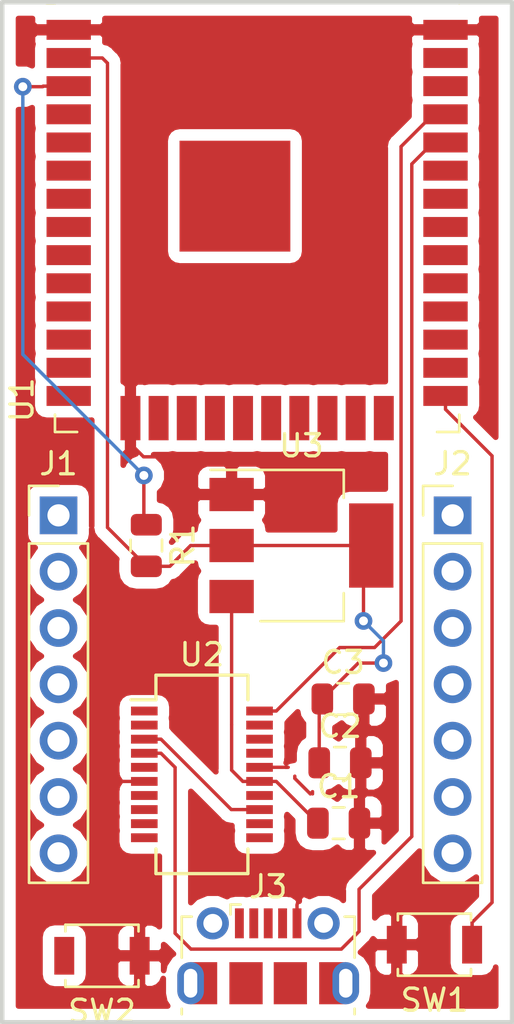
<source format=kicad_pcb>
(kicad_pcb (version 20171130) (host pcbnew 5.0.2-5.fc29)

  (general
    (thickness 1.6)
    (drawings 4)
    (tracks 76)
    (zones 0)
    (modules 12)
    (nets 68)
  )

  (page A4)
  (layers
    (0 F.Cu signal hide)
    (31 B.Cu signal)
    (32 B.Adhes user)
    (33 F.Adhes user)
    (34 B.Paste user)
    (35 F.Paste user)
    (36 B.SilkS user)
    (37 F.SilkS user)
    (38 B.Mask user)
    (39 F.Mask user)
    (40 Dwgs.User user)
    (41 Cmts.User user)
    (42 Eco1.User user)
    (43 Eco2.User user)
    (44 Edge.Cuts user)
    (45 Margin user)
    (46 B.CrtYd user)
    (47 F.CrtYd user)
    (48 B.Fab user)
    (49 F.Fab user)
  )

  (setup
    (last_trace_width 0.153)
    (user_trace_width 0.153)
    (trace_clearance 0.1524)
    (zone_clearance 0.508)
    (zone_45_only no)
    (trace_min 0.153)
    (segment_width 0.2)
    (edge_width 0.2)
    (via_size 0.8)
    (via_drill 0.4)
    (via_min_size 0.4)
    (via_min_drill 0.3)
    (uvia_size 0.3)
    (uvia_drill 0.1)
    (uvias_allowed no)
    (uvia_min_size 0.2)
    (uvia_min_drill 0.1)
    (pcb_text_width 0.3)
    (pcb_text_size 1.5 1.5)
    (mod_edge_width 0.15)
    (mod_text_size 1 1)
    (mod_text_width 0.15)
    (pad_size 1.524 1.524)
    (pad_drill 0.762)
    (pad_to_mask_clearance 0.051)
    (solder_mask_min_width 0.25)
    (aux_axis_origin 0 0)
    (visible_elements FFFFFF7F)
    (pcbplotparams
      (layerselection 0x010fc_ffffffff)
      (usegerberextensions false)
      (usegerberattributes false)
      (usegerberadvancedattributes false)
      (creategerberjobfile false)
      (excludeedgelayer true)
      (linewidth 0.100000)
      (plotframeref false)
      (viasonmask false)
      (mode 1)
      (useauxorigin false)
      (hpglpennumber 1)
      (hpglpenspeed 20)
      (hpglpendiameter 15.000000)
      (psnegative false)
      (psa4output false)
      (plotreference true)
      (plotvalue true)
      (plotinvisibletext false)
      (padsonsilk false)
      (subtractmaskfromsilk false)
      (outputformat 1)
      (mirror false)
      (drillshape 1)
      (scaleselection 1)
      (outputdirectory ""))
  )

  (net 0 "")
  (net 1 +5V)
  (net 2 GND)
  (net 3 +3V3)
  (net 4 "Net-(J1-Pad7)")
  (net 5 "Net-(J1-Pad6)")
  (net 6 "Net-(J1-Pad5)")
  (net 7 "Net-(J1-Pad4)")
  (net 8 "Net-(J1-Pad3)")
  (net 9 "Net-(J1-Pad2)")
  (net 10 "Net-(J1-Pad1)")
  (net 11 "Net-(J2-Pad1)")
  (net 12 "Net-(J2-Pad2)")
  (net 13 "Net-(J2-Pad3)")
  (net 14 "Net-(J2-Pad4)")
  (net 15 "Net-(J2-Pad5)")
  (net 16 "Net-(J2-Pad6)")
  (net 17 "Net-(J2-Pad7)")
  (net 18 "Net-(J3-Pad6)")
  (net 19 /DP)
  (net 20 "Net-(J3-Pad4)")
  (net 21 /DM)
  (net 22 "Net-(R1-Pad1)")
  (net 23 "Net-(SW1-Pad1)")
  (net 24 "Net-(U1-Pad4)")
  (net 25 "Net-(U1-Pad5)")
  (net 26 "Net-(U1-Pad6)")
  (net 27 "Net-(U1-Pad7)")
  (net 28 "Net-(U1-Pad8)")
  (net 29 "Net-(U1-Pad9)")
  (net 30 "Net-(U1-Pad10)")
  (net 31 "Net-(U1-Pad11)")
  (net 32 "Net-(U1-Pad12)")
  (net 33 "Net-(U1-Pad13)")
  (net 34 "Net-(U1-Pad14)")
  (net 35 "Net-(U1-Pad16)")
  (net 36 "Net-(U1-Pad17)")
  (net 37 "Net-(U1-Pad18)")
  (net 38 "Net-(U1-Pad19)")
  (net 39 "Net-(U1-Pad20)")
  (net 40 "Net-(U1-Pad21)")
  (net 41 "Net-(U1-Pad22)")
  (net 42 "Net-(U1-Pad23)")
  (net 43 "Net-(U1-Pad24)")
  (net 44 "Net-(U1-Pad26)")
  (net 45 "Net-(U1-Pad27)")
  (net 46 "Net-(U1-Pad28)")
  (net 47 "Net-(U1-Pad29)")
  (net 48 "Net-(U1-Pad30)")
  (net 49 "Net-(U1-Pad31)")
  (net 50 "Net-(U1-Pad32)")
  (net 51 "Net-(U1-Pad33)")
  (net 52 /ESP_RXD0)
  (net 53 /ESP_TXD0)
  (net 54 "Net-(U1-Pad36)")
  (net 55 "Net-(U1-Pad37)")
  (net 56 "Net-(U2-Pad1)")
  (net 57 "Net-(U2-Pad2)")
  (net 58 "Net-(U2-Pad5)")
  (net 59 "Net-(U2-Pad7)")
  (net 60 "Net-(U2-Pad8)")
  (net 61 "Net-(U2-Pad9)")
  (net 62 "Net-(U2-Pad10)")
  (net 63 "Net-(U2-Pad13)")
  (net 64 "Net-(U2-Pad14)")
  (net 65 "Net-(U2-Pad17)")
  (net 66 "Net-(U2-Pad18)")
  (net 67 "Net-(U2-Pad19)")

  (net_class Default "This is the default net class."
    (clearance 0.1524)
    (trace_width 0.25)
    (via_dia 0.8)
    (via_drill 0.4)
    (uvia_dia 0.3)
    (uvia_drill 0.1)
    (add_net +3V3)
    (add_net +5V)
    (add_net /DM)
    (add_net /DP)
    (add_net /ESP_RXD0)
    (add_net /ESP_TXD0)
    (add_net GND)
    (add_net "Net-(J1-Pad1)")
    (add_net "Net-(J1-Pad2)")
    (add_net "Net-(J1-Pad3)")
    (add_net "Net-(J1-Pad4)")
    (add_net "Net-(J1-Pad5)")
    (add_net "Net-(J1-Pad6)")
    (add_net "Net-(J1-Pad7)")
    (add_net "Net-(J2-Pad1)")
    (add_net "Net-(J2-Pad2)")
    (add_net "Net-(J2-Pad3)")
    (add_net "Net-(J2-Pad4)")
    (add_net "Net-(J2-Pad5)")
    (add_net "Net-(J2-Pad6)")
    (add_net "Net-(J2-Pad7)")
    (add_net "Net-(J3-Pad4)")
    (add_net "Net-(J3-Pad6)")
    (add_net "Net-(R1-Pad1)")
    (add_net "Net-(SW1-Pad1)")
    (add_net "Net-(U1-Pad10)")
    (add_net "Net-(U1-Pad11)")
    (add_net "Net-(U1-Pad12)")
    (add_net "Net-(U1-Pad13)")
    (add_net "Net-(U1-Pad14)")
    (add_net "Net-(U1-Pad16)")
    (add_net "Net-(U1-Pad17)")
    (add_net "Net-(U1-Pad18)")
    (add_net "Net-(U1-Pad19)")
    (add_net "Net-(U1-Pad20)")
    (add_net "Net-(U1-Pad21)")
    (add_net "Net-(U1-Pad22)")
    (add_net "Net-(U1-Pad23)")
    (add_net "Net-(U1-Pad24)")
    (add_net "Net-(U1-Pad26)")
    (add_net "Net-(U1-Pad27)")
    (add_net "Net-(U1-Pad28)")
    (add_net "Net-(U1-Pad29)")
    (add_net "Net-(U1-Pad30)")
    (add_net "Net-(U1-Pad31)")
    (add_net "Net-(U1-Pad32)")
    (add_net "Net-(U1-Pad33)")
    (add_net "Net-(U1-Pad36)")
    (add_net "Net-(U1-Pad37)")
    (add_net "Net-(U1-Pad4)")
    (add_net "Net-(U1-Pad5)")
    (add_net "Net-(U1-Pad6)")
    (add_net "Net-(U1-Pad7)")
    (add_net "Net-(U1-Pad8)")
    (add_net "Net-(U1-Pad9)")
    (add_net "Net-(U2-Pad1)")
    (add_net "Net-(U2-Pad10)")
    (add_net "Net-(U2-Pad13)")
    (add_net "Net-(U2-Pad14)")
    (add_net "Net-(U2-Pad17)")
    (add_net "Net-(U2-Pad18)")
    (add_net "Net-(U2-Pad19)")
    (add_net "Net-(U2-Pad2)")
    (add_net "Net-(U2-Pad5)")
    (add_net "Net-(U2-Pad7)")
    (add_net "Net-(U2-Pad8)")
    (add_net "Net-(U2-Pad9)")
  )

  (module Capacitor_SMD:C_0805_2012Metric (layer F.Cu) (tedit 5B36C52B) (tstamp 5E6E869C)
    (at 154.18 134.02)
    (descr "Capacitor SMD 0805 (2012 Metric), square (rectangular) end terminal, IPC_7351 nominal, (Body size source: https://docs.google.com/spreadsheets/d/1BsfQQcO9C6DZCsRaXUlFlo91Tg2WpOkGARC1WS5S8t0/edit?usp=sharing), generated with kicad-footprint-generator")
    (tags capacitor)
    (path /5E6CB875)
    (attr smd)
    (fp_text reference C1 (at 0 -1.65) (layer F.SilkS)
      (effects (font (size 1 1) (thickness 0.15)))
    )
    (fp_text value 10uF (at 0 1.65) (layer F.Fab)
      (effects (font (size 1 1) (thickness 0.15)))
    )
    (fp_line (start -1 0.6) (end -1 -0.6) (layer F.Fab) (width 0.1))
    (fp_line (start -1 -0.6) (end 1 -0.6) (layer F.Fab) (width 0.1))
    (fp_line (start 1 -0.6) (end 1 0.6) (layer F.Fab) (width 0.1))
    (fp_line (start 1 0.6) (end -1 0.6) (layer F.Fab) (width 0.1))
    (fp_line (start -0.258578 -0.71) (end 0.258578 -0.71) (layer F.SilkS) (width 0.12))
    (fp_line (start -0.258578 0.71) (end 0.258578 0.71) (layer F.SilkS) (width 0.12))
    (fp_line (start -1.68 0.95) (end -1.68 -0.95) (layer F.CrtYd) (width 0.05))
    (fp_line (start -1.68 -0.95) (end 1.68 -0.95) (layer F.CrtYd) (width 0.05))
    (fp_line (start 1.68 -0.95) (end 1.68 0.95) (layer F.CrtYd) (width 0.05))
    (fp_line (start 1.68 0.95) (end -1.68 0.95) (layer F.CrtYd) (width 0.05))
    (fp_text user %R (at 0 0) (layer F.Fab)
      (effects (font (size 0.5 0.5) (thickness 0.08)))
    )
    (pad 1 smd roundrect (at -0.9375 0) (size 0.975 1.4) (layers F.Cu F.Paste F.Mask) (roundrect_rratio 0.25)
      (net 1 +5V))
    (pad 2 smd roundrect (at 0.9375 0) (size 0.975 1.4) (layers F.Cu F.Paste F.Mask) (roundrect_rratio 0.25)
      (net 2 GND))
    (model ${KISYS3DMOD}/Capacitor_SMD.3dshapes/C_0805_2012Metric.wrl
      (at (xyz 0 0 0))
      (scale (xyz 1 1 1))
      (rotate (xyz 0 0 0))
    )
  )

  (module Capacitor_SMD:C_0805_2012Metric (layer F.Cu) (tedit 5B36C52B) (tstamp 5E6E86AD)
    (at 154.24 131.3)
    (descr "Capacitor SMD 0805 (2012 Metric), square (rectangular) end terminal, IPC_7351 nominal, (Body size source: https://docs.google.com/spreadsheets/d/1BsfQQcO9C6DZCsRaXUlFlo91Tg2WpOkGARC1WS5S8t0/edit?usp=sharing), generated with kicad-footprint-generator")
    (tags capacitor)
    (path /5E6C85A7)
    (attr smd)
    (fp_text reference C2 (at 0 -1.65) (layer F.SilkS)
      (effects (font (size 1 1) (thickness 0.15)))
    )
    (fp_text value 0.1uF (at 0 1.65) (layer F.Fab)
      (effects (font (size 1 1) (thickness 0.15)))
    )
    (fp_text user %R (at 0 0) (layer F.Fab)
      (effects (font (size 0.5 0.5) (thickness 0.08)))
    )
    (fp_line (start 1.68 0.95) (end -1.68 0.95) (layer F.CrtYd) (width 0.05))
    (fp_line (start 1.68 -0.95) (end 1.68 0.95) (layer F.CrtYd) (width 0.05))
    (fp_line (start -1.68 -0.95) (end 1.68 -0.95) (layer F.CrtYd) (width 0.05))
    (fp_line (start -1.68 0.95) (end -1.68 -0.95) (layer F.CrtYd) (width 0.05))
    (fp_line (start -0.258578 0.71) (end 0.258578 0.71) (layer F.SilkS) (width 0.12))
    (fp_line (start -0.258578 -0.71) (end 0.258578 -0.71) (layer F.SilkS) (width 0.12))
    (fp_line (start 1 0.6) (end -1 0.6) (layer F.Fab) (width 0.1))
    (fp_line (start 1 -0.6) (end 1 0.6) (layer F.Fab) (width 0.1))
    (fp_line (start -1 -0.6) (end 1 -0.6) (layer F.Fab) (width 0.1))
    (fp_line (start -1 0.6) (end -1 -0.6) (layer F.Fab) (width 0.1))
    (pad 2 smd roundrect (at 0.9375 0) (size 0.975 1.4) (layers F.Cu F.Paste F.Mask) (roundrect_rratio 0.25)
      (net 2 GND))
    (pad 1 smd roundrect (at -0.9375 0) (size 0.975 1.4) (layers F.Cu F.Paste F.Mask) (roundrect_rratio 0.25)
      (net 3 +3V3))
    (model ${KISYS3DMOD}/Capacitor_SMD.3dshapes/C_0805_2012Metric.wrl
      (at (xyz 0 0 0))
      (scale (xyz 1 1 1))
      (rotate (xyz 0 0 0))
    )
  )

  (module Capacitor_SMD:C_0805_2012Metric (layer F.Cu) (tedit 5B36C52B) (tstamp 5E6E86BE)
    (at 154.38 128.42)
    (descr "Capacitor SMD 0805 (2012 Metric), square (rectangular) end terminal, IPC_7351 nominal, (Body size source: https://docs.google.com/spreadsheets/d/1BsfQQcO9C6DZCsRaXUlFlo91Tg2WpOkGARC1WS5S8t0/edit?usp=sharing), generated with kicad-footprint-generator")
    (tags capacitor)
    (path /5E6C5AB6)
    (attr smd)
    (fp_text reference C3 (at 0 -1.65) (layer F.SilkS)
      (effects (font (size 1 1) (thickness 0.15)))
    )
    (fp_text value 10uF (at 0 1.65) (layer F.Fab)
      (effects (font (size 1 1) (thickness 0.15)))
    )
    (fp_line (start -1 0.6) (end -1 -0.6) (layer F.Fab) (width 0.1))
    (fp_line (start -1 -0.6) (end 1 -0.6) (layer F.Fab) (width 0.1))
    (fp_line (start 1 -0.6) (end 1 0.6) (layer F.Fab) (width 0.1))
    (fp_line (start 1 0.6) (end -1 0.6) (layer F.Fab) (width 0.1))
    (fp_line (start -0.258578 -0.71) (end 0.258578 -0.71) (layer F.SilkS) (width 0.12))
    (fp_line (start -0.258578 0.71) (end 0.258578 0.71) (layer F.SilkS) (width 0.12))
    (fp_line (start -1.68 0.95) (end -1.68 -0.95) (layer F.CrtYd) (width 0.05))
    (fp_line (start -1.68 -0.95) (end 1.68 -0.95) (layer F.CrtYd) (width 0.05))
    (fp_line (start 1.68 -0.95) (end 1.68 0.95) (layer F.CrtYd) (width 0.05))
    (fp_line (start 1.68 0.95) (end -1.68 0.95) (layer F.CrtYd) (width 0.05))
    (fp_text user %R (at 0 0) (layer F.Fab)
      (effects (font (size 0.5 0.5) (thickness 0.08)))
    )
    (pad 1 smd roundrect (at -0.9375 0) (size 0.975 1.4) (layers F.Cu F.Paste F.Mask) (roundrect_rratio 0.25)
      (net 3 +3V3))
    (pad 2 smd roundrect (at 0.9375 0) (size 0.975 1.4) (layers F.Cu F.Paste F.Mask) (roundrect_rratio 0.25)
      (net 2 GND))
    (model ${KISYS3DMOD}/Capacitor_SMD.3dshapes/C_0805_2012Metric.wrl
      (at (xyz 0 0 0))
      (scale (xyz 1 1 1))
      (rotate (xyz 0 0 0))
    )
  )

  (module Connector_PinHeader_2.54mm:PinHeader_1x07_P2.54mm_Vertical (layer F.Cu) (tedit 59FED5CC) (tstamp 5E6E86D9)
    (at 141.54 120.14)
    (descr "Through hole straight pin header, 1x07, 2.54mm pitch, single row")
    (tags "Through hole pin header THT 1x07 2.54mm single row")
    (path /5E6A3D5A)
    (fp_text reference J1 (at 0 -2.33) (layer F.SilkS)
      (effects (font (size 1 1) (thickness 0.15)))
    )
    (fp_text value Conn_01x07 (at 0 17.57) (layer F.Fab)
      (effects (font (size 1 1) (thickness 0.15)))
    )
    (fp_text user %R (at 0 7.62 90) (layer F.Fab)
      (effects (font (size 1 1) (thickness 0.15)))
    )
    (fp_line (start 1.8 -1.8) (end -1.8 -1.8) (layer F.CrtYd) (width 0.05))
    (fp_line (start 1.8 17.05) (end 1.8 -1.8) (layer F.CrtYd) (width 0.05))
    (fp_line (start -1.8 17.05) (end 1.8 17.05) (layer F.CrtYd) (width 0.05))
    (fp_line (start -1.8 -1.8) (end -1.8 17.05) (layer F.CrtYd) (width 0.05))
    (fp_line (start -1.33 -1.33) (end 0 -1.33) (layer F.SilkS) (width 0.12))
    (fp_line (start -1.33 0) (end -1.33 -1.33) (layer F.SilkS) (width 0.12))
    (fp_line (start -1.33 1.27) (end 1.33 1.27) (layer F.SilkS) (width 0.12))
    (fp_line (start 1.33 1.27) (end 1.33 16.57) (layer F.SilkS) (width 0.12))
    (fp_line (start -1.33 1.27) (end -1.33 16.57) (layer F.SilkS) (width 0.12))
    (fp_line (start -1.33 16.57) (end 1.33 16.57) (layer F.SilkS) (width 0.12))
    (fp_line (start -1.27 -0.635) (end -0.635 -1.27) (layer F.Fab) (width 0.1))
    (fp_line (start -1.27 16.51) (end -1.27 -0.635) (layer F.Fab) (width 0.1))
    (fp_line (start 1.27 16.51) (end -1.27 16.51) (layer F.Fab) (width 0.1))
    (fp_line (start 1.27 -1.27) (end 1.27 16.51) (layer F.Fab) (width 0.1))
    (fp_line (start -0.635 -1.27) (end 1.27 -1.27) (layer F.Fab) (width 0.1))
    (pad 7 thru_hole oval (at 0 15.24) (size 1.7 1.7) (drill 1) (layers *.Cu *.Mask)
      (net 4 "Net-(J1-Pad7)"))
    (pad 6 thru_hole oval (at 0 12.7) (size 1.7 1.7) (drill 1) (layers *.Cu *.Mask)
      (net 5 "Net-(J1-Pad6)"))
    (pad 5 thru_hole oval (at 0 10.16) (size 1.7 1.7) (drill 1) (layers *.Cu *.Mask)
      (net 6 "Net-(J1-Pad5)"))
    (pad 4 thru_hole oval (at 0 7.62) (size 1.7 1.7) (drill 1) (layers *.Cu *.Mask)
      (net 7 "Net-(J1-Pad4)"))
    (pad 3 thru_hole oval (at 0 5.08) (size 1.7 1.7) (drill 1) (layers *.Cu *.Mask)
      (net 8 "Net-(J1-Pad3)"))
    (pad 2 thru_hole oval (at 0 2.54) (size 1.7 1.7) (drill 1) (layers *.Cu *.Mask)
      (net 9 "Net-(J1-Pad2)"))
    (pad 1 thru_hole rect (at 0 0) (size 1.7 1.7) (drill 1) (layers *.Cu *.Mask)
      (net 10 "Net-(J1-Pad1)"))
    (model ${KISYS3DMOD}/Connector_PinHeader_2.54mm.3dshapes/PinHeader_1x07_P2.54mm_Vertical.wrl
      (at (xyz 0 0 0))
      (scale (xyz 1 1 1))
      (rotate (xyz 0 0 0))
    )
  )

  (module Connector_PinHeader_2.54mm:PinHeader_1x07_P2.54mm_Vertical (layer F.Cu) (tedit 59FED5CC) (tstamp 5E6E86F4)
    (at 159.32 120.14)
    (descr "Through hole straight pin header, 1x07, 2.54mm pitch, single row")
    (tags "Through hole pin header THT 1x07 2.54mm single row")
    (path /5E6A350D)
    (fp_text reference J2 (at 0 -2.33) (layer F.SilkS)
      (effects (font (size 1 1) (thickness 0.15)))
    )
    (fp_text value Conn_01x07 (at 0 17.57) (layer F.Fab)
      (effects (font (size 1 1) (thickness 0.15)))
    )
    (fp_line (start -0.635 -1.27) (end 1.27 -1.27) (layer F.Fab) (width 0.1))
    (fp_line (start 1.27 -1.27) (end 1.27 16.51) (layer F.Fab) (width 0.1))
    (fp_line (start 1.27 16.51) (end -1.27 16.51) (layer F.Fab) (width 0.1))
    (fp_line (start -1.27 16.51) (end -1.27 -0.635) (layer F.Fab) (width 0.1))
    (fp_line (start -1.27 -0.635) (end -0.635 -1.27) (layer F.Fab) (width 0.1))
    (fp_line (start -1.33 16.57) (end 1.33 16.57) (layer F.SilkS) (width 0.12))
    (fp_line (start -1.33 1.27) (end -1.33 16.57) (layer F.SilkS) (width 0.12))
    (fp_line (start 1.33 1.27) (end 1.33 16.57) (layer F.SilkS) (width 0.12))
    (fp_line (start -1.33 1.27) (end 1.33 1.27) (layer F.SilkS) (width 0.12))
    (fp_line (start -1.33 0) (end -1.33 -1.33) (layer F.SilkS) (width 0.12))
    (fp_line (start -1.33 -1.33) (end 0 -1.33) (layer F.SilkS) (width 0.12))
    (fp_line (start -1.8 -1.8) (end -1.8 17.05) (layer F.CrtYd) (width 0.05))
    (fp_line (start -1.8 17.05) (end 1.8 17.05) (layer F.CrtYd) (width 0.05))
    (fp_line (start 1.8 17.05) (end 1.8 -1.8) (layer F.CrtYd) (width 0.05))
    (fp_line (start 1.8 -1.8) (end -1.8 -1.8) (layer F.CrtYd) (width 0.05))
    (fp_text user %R (at 0 7.62 90) (layer F.Fab)
      (effects (font (size 1 1) (thickness 0.15)))
    )
    (pad 1 thru_hole rect (at 0 0) (size 1.7 1.7) (drill 1) (layers *.Cu *.Mask)
      (net 11 "Net-(J2-Pad1)"))
    (pad 2 thru_hole oval (at 0 2.54) (size 1.7 1.7) (drill 1) (layers *.Cu *.Mask)
      (net 12 "Net-(J2-Pad2)"))
    (pad 3 thru_hole oval (at 0 5.08) (size 1.7 1.7) (drill 1) (layers *.Cu *.Mask)
      (net 13 "Net-(J2-Pad3)"))
    (pad 4 thru_hole oval (at 0 7.62) (size 1.7 1.7) (drill 1) (layers *.Cu *.Mask)
      (net 14 "Net-(J2-Pad4)"))
    (pad 5 thru_hole oval (at 0 10.16) (size 1.7 1.7) (drill 1) (layers *.Cu *.Mask)
      (net 15 "Net-(J2-Pad5)"))
    (pad 6 thru_hole oval (at 0 12.7) (size 1.7 1.7) (drill 1) (layers *.Cu *.Mask)
      (net 16 "Net-(J2-Pad6)"))
    (pad 7 thru_hole oval (at 0 15.24) (size 1.7 1.7) (drill 1) (layers *.Cu *.Mask)
      (net 17 "Net-(J2-Pad7)"))
    (model ${KISYS3DMOD}/Connector_PinHeader_2.54mm.3dshapes/PinHeader_1x07_P2.54mm_Vertical.wrl
      (at (xyz 0 0 0))
      (scale (xyz 1 1 1))
      (rotate (xyz 0 0 0))
    )
  )

  (module Connector_USB:USB_Micro-B_Molex-105017-0001 (layer F.Cu) (tedit 5A1DC0BE) (tstamp 5E6E871D)
    (at 151 140)
    (descr http://www.molex.com/pdm_docs/sd/1050170001_sd.pdf)
    (tags "Micro-USB SMD Typ-B")
    (path /5E693422)
    (attr smd)
    (fp_text reference J3 (at 0 -3.1125) (layer F.SilkS)
      (effects (font (size 1 1) (thickness 0.15)))
    )
    (fp_text value USB_B_Micro (at 0.3 4.3375) (layer F.Fab)
      (effects (font (size 1 1) (thickness 0.15)))
    )
    (fp_text user "PCB Edge" (at 0 2.6875) (layer Dwgs.User)
      (effects (font (size 0.5 0.5) (thickness 0.08)))
    )
    (fp_text user %R (at 0 0.8875) (layer F.Fab)
      (effects (font (size 1 1) (thickness 0.15)))
    )
    (fp_line (start -4.4 3.64) (end 4.4 3.64) (layer F.CrtYd) (width 0.05))
    (fp_line (start 4.4 -2.46) (end 4.4 3.64) (layer F.CrtYd) (width 0.05))
    (fp_line (start -4.4 -2.46) (end 4.4 -2.46) (layer F.CrtYd) (width 0.05))
    (fp_line (start -4.4 3.64) (end -4.4 -2.46) (layer F.CrtYd) (width 0.05))
    (fp_line (start -3.9 -1.7625) (end -3.45 -1.7625) (layer F.SilkS) (width 0.12))
    (fp_line (start -3.9 0.0875) (end -3.9 -1.7625) (layer F.SilkS) (width 0.12))
    (fp_line (start 3.9 2.6375) (end 3.9 2.3875) (layer F.SilkS) (width 0.12))
    (fp_line (start 3.75 3.3875) (end 3.75 -1.6125) (layer F.Fab) (width 0.1))
    (fp_line (start -3 2.689204) (end 3 2.689204) (layer F.Fab) (width 0.1))
    (fp_line (start -3.75 3.389204) (end 3.75 3.389204) (layer F.Fab) (width 0.1))
    (fp_line (start -3.75 -1.6125) (end 3.75 -1.6125) (layer F.Fab) (width 0.1))
    (fp_line (start -3.75 3.3875) (end -3.75 -1.6125) (layer F.Fab) (width 0.1))
    (fp_line (start -3.9 2.6375) (end -3.9 2.3875) (layer F.SilkS) (width 0.12))
    (fp_line (start 3.9 0.0875) (end 3.9 -1.7625) (layer F.SilkS) (width 0.12))
    (fp_line (start 3.9 -1.7625) (end 3.45 -1.7625) (layer F.SilkS) (width 0.12))
    (fp_line (start -1.7 -2.3125) (end -1.25 -2.3125) (layer F.SilkS) (width 0.12))
    (fp_line (start -1.7 -2.3125) (end -1.7 -1.8625) (layer F.SilkS) (width 0.12))
    (fp_line (start -1.3 -1.7125) (end -1.5 -1.9125) (layer F.Fab) (width 0.1))
    (fp_line (start -1.1 -1.9125) (end -1.3 -1.7125) (layer F.Fab) (width 0.1))
    (fp_line (start -1.5 -2.1225) (end -1.1 -2.1225) (layer F.Fab) (width 0.1))
    (fp_line (start -1.5 -2.1225) (end -1.5 -1.9125) (layer F.Fab) (width 0.1))
    (fp_line (start -1.1 -2.1225) (end -1.1 -1.9125) (layer F.Fab) (width 0.1))
    (pad 6 smd rect (at 1 1.2375) (size 1.5 1.9) (layers F.Cu F.Paste F.Mask)
      (net 18 "Net-(J3-Pad6)"))
    (pad 6 thru_hole circle (at -2.5 -1.4625) (size 1.45 1.45) (drill 0.85) (layers *.Cu *.Mask)
      (net 18 "Net-(J3-Pad6)"))
    (pad 2 smd rect (at -0.65 -1.4625) (size 0.4 1.35) (layers F.Cu F.Paste F.Mask)
      (net 19 /DP))
    (pad 1 smd rect (at -1.3 -1.4625) (size 0.4 1.35) (layers F.Cu F.Paste F.Mask)
      (net 1 +5V))
    (pad 5 smd rect (at 1.3 -1.4625) (size 0.4 1.35) (layers F.Cu F.Paste F.Mask)
      (net 2 GND))
    (pad 4 smd rect (at 0.65 -1.4625) (size 0.4 1.35) (layers F.Cu F.Paste F.Mask)
      (net 20 "Net-(J3-Pad4)"))
    (pad 3 smd rect (at 0 -1.4625) (size 0.4 1.35) (layers F.Cu F.Paste F.Mask)
      (net 21 /DM))
    (pad 6 thru_hole circle (at 2.5 -1.4625) (size 1.45 1.45) (drill 0.85) (layers *.Cu *.Mask)
      (net 18 "Net-(J3-Pad6)"))
    (pad 6 smd rect (at -1 1.2375) (size 1.5 1.9) (layers F.Cu F.Paste F.Mask)
      (net 18 "Net-(J3-Pad6)"))
    (pad 6 thru_hole oval (at -3.5 1.2375 180) (size 1.2 1.9) (drill oval 0.6 1.3) (layers *.Cu *.Mask)
      (net 18 "Net-(J3-Pad6)"))
    (pad 6 thru_hole oval (at 3.5 1.2375) (size 1.2 1.9) (drill oval 0.6 1.3) (layers *.Cu *.Mask)
      (net 18 "Net-(J3-Pad6)"))
    (pad 6 smd rect (at 2.9 1.2375) (size 1.2 1.9) (layers F.Cu F.Mask)
      (net 18 "Net-(J3-Pad6)"))
    (pad 6 smd rect (at -2.9 1.2375) (size 1.2 1.9) (layers F.Cu F.Mask)
      (net 18 "Net-(J3-Pad6)"))
    (model ${KISYS3DMOD}/Connector_USB.3dshapes/USB_Micro-B_Molex-105017-0001.wrl
      (at (xyz 0 0 0))
      (scale (xyz 1 1 1))
      (rotate (xyz 0 0 0))
    )
  )

  (module Resistor_SMD:R_0805_2012Metric (layer F.Cu) (tedit 5B36C52B) (tstamp 5E6E872E)
    (at 145.5 121.5 270)
    (descr "Resistor SMD 0805 (2012 Metric), square (rectangular) end terminal, IPC_7351 nominal, (Body size source: https://docs.google.com/spreadsheets/d/1BsfQQcO9C6DZCsRaXUlFlo91Tg2WpOkGARC1WS5S8t0/edit?usp=sharing), generated with kicad-footprint-generator")
    (tags resistor)
    (path /5E6BEA03)
    (attr smd)
    (fp_text reference R1 (at 0 -1.65 270) (layer F.SilkS)
      (effects (font (size 1 1) (thickness 0.15)))
    )
    (fp_text value 10K (at 0 1.65 270) (layer F.Fab)
      (effects (font (size 1 1) (thickness 0.15)))
    )
    (fp_line (start -1 0.6) (end -1 -0.6) (layer F.Fab) (width 0.1))
    (fp_line (start -1 -0.6) (end 1 -0.6) (layer F.Fab) (width 0.1))
    (fp_line (start 1 -0.6) (end 1 0.6) (layer F.Fab) (width 0.1))
    (fp_line (start 1 0.6) (end -1 0.6) (layer F.Fab) (width 0.1))
    (fp_line (start -0.258578 -0.71) (end 0.258578 -0.71) (layer F.SilkS) (width 0.12))
    (fp_line (start -0.258578 0.71) (end 0.258578 0.71) (layer F.SilkS) (width 0.12))
    (fp_line (start -1.68 0.95) (end -1.68 -0.95) (layer F.CrtYd) (width 0.05))
    (fp_line (start -1.68 -0.95) (end 1.68 -0.95) (layer F.CrtYd) (width 0.05))
    (fp_line (start 1.68 -0.95) (end 1.68 0.95) (layer F.CrtYd) (width 0.05))
    (fp_line (start 1.68 0.95) (end -1.68 0.95) (layer F.CrtYd) (width 0.05))
    (fp_text user %R (at 0 0 270) (layer F.Fab)
      (effects (font (size 0.5 0.5) (thickness 0.08)))
    )
    (pad 1 smd roundrect (at -0.9375 0 270) (size 0.975 1.4) (layers F.Cu F.Paste F.Mask) (roundrect_rratio 0.25)
      (net 22 "Net-(R1-Pad1)"))
    (pad 2 smd roundrect (at 0.9375 0 270) (size 0.975 1.4) (layers F.Cu F.Paste F.Mask) (roundrect_rratio 0.25)
      (net 3 +3V3))
    (model ${KISYS3DMOD}/Resistor_SMD.3dshapes/R_0805_2012Metric.wrl
      (at (xyz 0 0 0))
      (scale (xyz 1 1 1))
      (rotate (xyz 0 0 0))
    )
  )

  (module Button_Switch_SMD:SW_SPST_B3U-1000P (layer F.Cu) (tedit 5A02FC95) (tstamp 5E6E8744)
    (at 158.5 139.5 180)
    (descr "Ultra-small-sized Tactile Switch with High Contact Reliability, Top-actuated Model, without Ground Terminal, without Boss")
    (tags "Tactile Switch")
    (path /5E6A071C)
    (attr smd)
    (fp_text reference SW1 (at 0 -2.5 180) (layer F.SilkS)
      (effects (font (size 1 1) (thickness 0.15)))
    )
    (fp_text value BOOT (at 0 2.5 180) (layer F.Fab)
      (effects (font (size 1 1) (thickness 0.15)))
    )
    (fp_text user %R (at 0 -2.5 180) (layer F.Fab)
      (effects (font (size 1 1) (thickness 0.15)))
    )
    (fp_line (start -2.4 1.65) (end 2.4 1.65) (layer F.CrtYd) (width 0.05))
    (fp_line (start 2.4 1.65) (end 2.4 -1.65) (layer F.CrtYd) (width 0.05))
    (fp_line (start 2.4 -1.65) (end -2.4 -1.65) (layer F.CrtYd) (width 0.05))
    (fp_line (start -2.4 -1.65) (end -2.4 1.65) (layer F.CrtYd) (width 0.05))
    (fp_line (start -1.65 1.1) (end -1.65 1.4) (layer F.SilkS) (width 0.12))
    (fp_line (start -1.65 1.4) (end 1.65 1.4) (layer F.SilkS) (width 0.12))
    (fp_line (start 1.65 1.4) (end 1.65 1.1) (layer F.SilkS) (width 0.12))
    (fp_line (start -1.65 -1.1) (end -1.65 -1.4) (layer F.SilkS) (width 0.12))
    (fp_line (start -1.65 -1.4) (end 1.65 -1.4) (layer F.SilkS) (width 0.12))
    (fp_line (start 1.65 -1.4) (end 1.65 -1.1) (layer F.SilkS) (width 0.12))
    (fp_line (start -1.5 -1.25) (end 1.5 -1.25) (layer F.Fab) (width 0.1))
    (fp_line (start 1.5 -1.25) (end 1.5 1.25) (layer F.Fab) (width 0.1))
    (fp_line (start 1.5 1.25) (end -1.5 1.25) (layer F.Fab) (width 0.1))
    (fp_line (start -1.5 1.25) (end -1.5 -1.25) (layer F.Fab) (width 0.1))
    (fp_circle (center 0 0) (end 0.75 0) (layer F.Fab) (width 0.1))
    (pad 1 smd rect (at -1.7 0 180) (size 0.9 1.7) (layers F.Cu F.Paste F.Mask)
      (net 23 "Net-(SW1-Pad1)"))
    (pad 2 smd rect (at 1.7 0 180) (size 0.9 1.7) (layers F.Cu F.Paste F.Mask)
      (net 2 GND))
    (model ${KISYS3DMOD}/Button_Switch_SMD.3dshapes/SW_SPST_B3U-1000P.wrl
      (at (xyz 0 0 0))
      (scale (xyz 1 1 1))
      (rotate (xyz 0 0 0))
    )
  )

  (module Button_Switch_SMD:SW_SPST_B3U-1000P (layer F.Cu) (tedit 5A02FC95) (tstamp 5E6E875A)
    (at 143.5 140 180)
    (descr "Ultra-small-sized Tactile Switch with High Contact Reliability, Top-actuated Model, without Ground Terminal, without Boss")
    (tags "Tactile Switch")
    (path /5E6C2F2C)
    (attr smd)
    (fp_text reference SW2 (at 0 -2.5 180) (layer F.SilkS)
      (effects (font (size 1 1) (thickness 0.15)))
    )
    (fp_text value EN (at 0 2.5 180) (layer F.Fab)
      (effects (font (size 1 1) (thickness 0.15)))
    )
    (fp_circle (center 0 0) (end 0.75 0) (layer F.Fab) (width 0.1))
    (fp_line (start -1.5 1.25) (end -1.5 -1.25) (layer F.Fab) (width 0.1))
    (fp_line (start 1.5 1.25) (end -1.5 1.25) (layer F.Fab) (width 0.1))
    (fp_line (start 1.5 -1.25) (end 1.5 1.25) (layer F.Fab) (width 0.1))
    (fp_line (start -1.5 -1.25) (end 1.5 -1.25) (layer F.Fab) (width 0.1))
    (fp_line (start 1.65 -1.4) (end 1.65 -1.1) (layer F.SilkS) (width 0.12))
    (fp_line (start -1.65 -1.4) (end 1.65 -1.4) (layer F.SilkS) (width 0.12))
    (fp_line (start -1.65 -1.1) (end -1.65 -1.4) (layer F.SilkS) (width 0.12))
    (fp_line (start 1.65 1.4) (end 1.65 1.1) (layer F.SilkS) (width 0.12))
    (fp_line (start -1.65 1.4) (end 1.65 1.4) (layer F.SilkS) (width 0.12))
    (fp_line (start -1.65 1.1) (end -1.65 1.4) (layer F.SilkS) (width 0.12))
    (fp_line (start -2.4 -1.65) (end -2.4 1.65) (layer F.CrtYd) (width 0.05))
    (fp_line (start 2.4 -1.65) (end -2.4 -1.65) (layer F.CrtYd) (width 0.05))
    (fp_line (start 2.4 1.65) (end 2.4 -1.65) (layer F.CrtYd) (width 0.05))
    (fp_line (start -2.4 1.65) (end 2.4 1.65) (layer F.CrtYd) (width 0.05))
    (fp_text user %R (at 0 -2.5 180) (layer F.Fab)
      (effects (font (size 1 1) (thickness 0.15)))
    )
    (pad 2 smd rect (at 1.7 0 180) (size 0.9 1.7) (layers F.Cu F.Paste F.Mask)
      (net 3 +3V3))
    (pad 1 smd rect (at -1.7 0 180) (size 0.9 1.7) (layers F.Cu F.Paste F.Mask)
      (net 2 GND))
    (model ${KISYS3DMOD}/Button_Switch_SMD.3dshapes/SW_SPST_B3U-1000P.wrl
      (at (xyz 0 0 0))
      (scale (xyz 1 1 1))
      (rotate (xyz 0 0 0))
    )
  )

  (module RF_Module:ESP32-WROOM-32 (layer F.Cu) (tedit 5B5B4654) (tstamp 5E6E87C9)
    (at 150.5 106.5)
    (descr "Single 2.4 GHz Wi-Fi and Bluetooth combo chip https://www.espressif.com/sites/default/files/documentation/esp32-wroom-32_datasheet_en.pdf")
    (tags "Single 2.4 GHz Wi-Fi and Bluetooth combo  chip")
    (path /5E68FFC2)
    (attr smd)
    (fp_text reference U1 (at -10.61 8.43 90) (layer F.SilkS)
      (effects (font (size 1 1) (thickness 0.15)))
    )
    (fp_text value ESP32-WROOM-32D (at 0 11.5) (layer F.Fab)
      (effects (font (size 1 1) (thickness 0.15)))
    )
    (fp_text user %R (at 0 0) (layer F.Fab)
      (effects (font (size 1 1) (thickness 0.15)))
    )
    (fp_text user "KEEP-OUT ZONE" (at 0 -19) (layer Cmts.User)
      (effects (font (size 1 1) (thickness 0.15)))
    )
    (fp_text user Antenna (at 0 -13) (layer Cmts.User)
      (effects (font (size 1 1) (thickness 0.15)))
    )
    (fp_text user "5 mm" (at 11.8 -14.375) (layer Cmts.User)
      (effects (font (size 0.5 0.5) (thickness 0.1)))
    )
    (fp_text user "5 mm" (at -11.2 -14.375) (layer Cmts.User)
      (effects (font (size 0.5 0.5) (thickness 0.1)))
    )
    (fp_text user "5 mm" (at 7.8 -19.075 90) (layer Cmts.User)
      (effects (font (size 0.5 0.5) (thickness 0.1)))
    )
    (fp_line (start -14 -9.97) (end -14 -20.75) (layer Dwgs.User) (width 0.1))
    (fp_line (start 9 9.76) (end 9 -15.745) (layer F.Fab) (width 0.1))
    (fp_line (start -9 9.76) (end 9 9.76) (layer F.Fab) (width 0.1))
    (fp_line (start -9 -15.745) (end -9 -10.02) (layer F.Fab) (width 0.1))
    (fp_line (start -9 -15.745) (end 9 -15.745) (layer F.Fab) (width 0.1))
    (fp_line (start -9.75 10.5) (end -9.75 -9.72) (layer F.CrtYd) (width 0.05))
    (fp_line (start -9.75 10.5) (end 9.75 10.5) (layer F.CrtYd) (width 0.05))
    (fp_line (start 9.75 -9.72) (end 9.75 10.5) (layer F.CrtYd) (width 0.05))
    (fp_line (start -14.25 -21) (end 14.25 -21) (layer F.CrtYd) (width 0.05))
    (fp_line (start -9 -9.02) (end -9 9.76) (layer F.Fab) (width 0.1))
    (fp_line (start -8.5 -9.52) (end -9 -10.02) (layer F.Fab) (width 0.1))
    (fp_line (start -9 -9.02) (end -8.5 -9.52) (layer F.Fab) (width 0.1))
    (fp_line (start 14 -9.97) (end -14 -9.97) (layer Dwgs.User) (width 0.1))
    (fp_line (start 14 -9.97) (end 14 -20.75) (layer Dwgs.User) (width 0.1))
    (fp_line (start 14 -20.75) (end -14 -20.75) (layer Dwgs.User) (width 0.1))
    (fp_line (start -14.25 -21) (end -14.25 -9.72) (layer F.CrtYd) (width 0.05))
    (fp_line (start 14.25 -21) (end 14.25 -9.72) (layer F.CrtYd) (width 0.05))
    (fp_line (start -14.25 -9.72) (end -9.75 -9.72) (layer F.CrtYd) (width 0.05))
    (fp_line (start 9.75 -9.72) (end 14.25 -9.72) (layer F.CrtYd) (width 0.05))
    (fp_line (start -12.525 -20.75) (end -14 -19.66) (layer Dwgs.User) (width 0.1))
    (fp_line (start -10.525 -20.75) (end -14 -18.045) (layer Dwgs.User) (width 0.1))
    (fp_line (start -8.525 -20.75) (end -14 -16.43) (layer Dwgs.User) (width 0.1))
    (fp_line (start -6.525 -20.75) (end -14 -14.815) (layer Dwgs.User) (width 0.1))
    (fp_line (start -4.525 -20.75) (end -14 -13.2) (layer Dwgs.User) (width 0.1))
    (fp_line (start -2.525 -20.75) (end -14 -11.585) (layer Dwgs.User) (width 0.1))
    (fp_line (start -0.525 -20.75) (end -14 -9.97) (layer Dwgs.User) (width 0.1))
    (fp_line (start 1.475 -20.75) (end -12 -9.97) (layer Dwgs.User) (width 0.1))
    (fp_line (start 3.475 -20.75) (end -10 -9.97) (layer Dwgs.User) (width 0.1))
    (fp_line (start -8 -9.97) (end 5.475 -20.75) (layer Dwgs.User) (width 0.1))
    (fp_line (start 7.475 -20.75) (end -6 -9.97) (layer Dwgs.User) (width 0.1))
    (fp_line (start 9.475 -20.75) (end -4 -9.97) (layer Dwgs.User) (width 0.1))
    (fp_line (start 11.475 -20.75) (end -2 -9.97) (layer Dwgs.User) (width 0.1))
    (fp_line (start 13.475 -20.75) (end 0 -9.97) (layer Dwgs.User) (width 0.1))
    (fp_line (start 14 -19.66) (end 2 -9.97) (layer Dwgs.User) (width 0.1))
    (fp_line (start 14 -18.045) (end 4 -9.97) (layer Dwgs.User) (width 0.1))
    (fp_line (start 14 -16.43) (end 6 -9.97) (layer Dwgs.User) (width 0.1))
    (fp_line (start 14 -14.815) (end 8 -9.97) (layer Dwgs.User) (width 0.1))
    (fp_line (start 14 -13.2) (end 10 -9.97) (layer Dwgs.User) (width 0.1))
    (fp_line (start 14 -11.585) (end 12 -9.97) (layer Dwgs.User) (width 0.1))
    (fp_line (start 9.2 -13.875) (end 13.8 -13.875) (layer Cmts.User) (width 0.1))
    (fp_line (start 13.8 -13.875) (end 13.6 -14.075) (layer Cmts.User) (width 0.1))
    (fp_line (start 13.8 -13.875) (end 13.6 -13.675) (layer Cmts.User) (width 0.1))
    (fp_line (start 9.2 -13.875) (end 9.4 -14.075) (layer Cmts.User) (width 0.1))
    (fp_line (start 9.2 -13.875) (end 9.4 -13.675) (layer Cmts.User) (width 0.1))
    (fp_line (start -13.8 -13.875) (end -13.6 -14.075) (layer Cmts.User) (width 0.1))
    (fp_line (start -13.8 -13.875) (end -13.6 -13.675) (layer Cmts.User) (width 0.1))
    (fp_line (start -9.2 -13.875) (end -9.4 -13.675) (layer Cmts.User) (width 0.1))
    (fp_line (start -13.8 -13.875) (end -9.2 -13.875) (layer Cmts.User) (width 0.1))
    (fp_line (start -9.2 -13.875) (end -9.4 -14.075) (layer Cmts.User) (width 0.1))
    (fp_line (start 8.4 -16) (end 8.2 -16.2) (layer Cmts.User) (width 0.1))
    (fp_line (start 8.4 -16) (end 8.6 -16.2) (layer Cmts.User) (width 0.1))
    (fp_line (start 8.4 -20.6) (end 8.6 -20.4) (layer Cmts.User) (width 0.1))
    (fp_line (start 8.4 -16) (end 8.4 -20.6) (layer Cmts.User) (width 0.1))
    (fp_line (start 8.4 -20.6) (end 8.2 -20.4) (layer Cmts.User) (width 0.1))
    (fp_line (start -9.12 9.1) (end -9.12 9.88) (layer F.SilkS) (width 0.12))
    (fp_line (start -9.12 9.88) (end -8.12 9.88) (layer F.SilkS) (width 0.12))
    (fp_line (start 9.12 9.1) (end 9.12 9.88) (layer F.SilkS) (width 0.12))
    (fp_line (start 9.12 9.88) (end 8.12 9.88) (layer F.SilkS) (width 0.12))
    (fp_line (start -9.12 -15.865) (end 9.12 -15.865) (layer F.SilkS) (width 0.12))
    (fp_line (start 9.12 -15.865) (end 9.12 -9.445) (layer F.SilkS) (width 0.12))
    (fp_line (start -9.12 -15.865) (end -9.12 -9.445) (layer F.SilkS) (width 0.12))
    (fp_line (start -9.12 -9.445) (end -9.5 -9.445) (layer F.SilkS) (width 0.12))
    (pad 39 smd rect (at -1 -0.755) (size 5 5) (layers F.Cu F.Paste F.Mask))
    (pad 1 smd rect (at -8.5 -8.255) (size 2 0.9) (layers F.Cu F.Paste F.Mask)
      (net 2 GND))
    (pad 2 smd rect (at -8.5 -6.985) (size 2 0.9) (layers F.Cu F.Paste F.Mask)
      (net 3 +3V3))
    (pad 3 smd rect (at -8.5 -5.715) (size 2 0.9) (layers F.Cu F.Paste F.Mask)
      (net 22 "Net-(R1-Pad1)"))
    (pad 4 smd rect (at -8.5 -4.445) (size 2 0.9) (layers F.Cu F.Paste F.Mask)
      (net 24 "Net-(U1-Pad4)"))
    (pad 5 smd rect (at -8.5 -3.175) (size 2 0.9) (layers F.Cu F.Paste F.Mask)
      (net 25 "Net-(U1-Pad5)"))
    (pad 6 smd rect (at -8.5 -1.905) (size 2 0.9) (layers F.Cu F.Paste F.Mask)
      (net 26 "Net-(U1-Pad6)"))
    (pad 7 smd rect (at -8.5 -0.635) (size 2 0.9) (layers F.Cu F.Paste F.Mask)
      (net 27 "Net-(U1-Pad7)"))
    (pad 8 smd rect (at -8.5 0.635) (size 2 0.9) (layers F.Cu F.Paste F.Mask)
      (net 28 "Net-(U1-Pad8)"))
    (pad 9 smd rect (at -8.5 1.905) (size 2 0.9) (layers F.Cu F.Paste F.Mask)
      (net 29 "Net-(U1-Pad9)"))
    (pad 10 smd rect (at -8.5 3.175) (size 2 0.9) (layers F.Cu F.Paste F.Mask)
      (net 30 "Net-(U1-Pad10)"))
    (pad 11 smd rect (at -8.5 4.445) (size 2 0.9) (layers F.Cu F.Paste F.Mask)
      (net 31 "Net-(U1-Pad11)"))
    (pad 12 smd rect (at -8.5 5.715) (size 2 0.9) (layers F.Cu F.Paste F.Mask)
      (net 32 "Net-(U1-Pad12)"))
    (pad 13 smd rect (at -8.5 6.985) (size 2 0.9) (layers F.Cu F.Paste F.Mask)
      (net 33 "Net-(U1-Pad13)"))
    (pad 14 smd rect (at -8.5 8.255) (size 2 0.9) (layers F.Cu F.Paste F.Mask)
      (net 34 "Net-(U1-Pad14)"))
    (pad 15 smd rect (at -5.715 9.255 90) (size 2 0.9) (layers F.Cu F.Paste F.Mask)
      (net 2 GND))
    (pad 16 smd rect (at -4.445 9.255 90) (size 2 0.9) (layers F.Cu F.Paste F.Mask)
      (net 35 "Net-(U1-Pad16)"))
    (pad 17 smd rect (at -3.175 9.255 90) (size 2 0.9) (layers F.Cu F.Paste F.Mask)
      (net 36 "Net-(U1-Pad17)"))
    (pad 18 smd rect (at -1.905 9.255 90) (size 2 0.9) (layers F.Cu F.Paste F.Mask)
      (net 37 "Net-(U1-Pad18)"))
    (pad 19 smd rect (at -0.635 9.255 90) (size 2 0.9) (layers F.Cu F.Paste F.Mask)
      (net 38 "Net-(U1-Pad19)"))
    (pad 20 smd rect (at 0.635 9.255 90) (size 2 0.9) (layers F.Cu F.Paste F.Mask)
      (net 39 "Net-(U1-Pad20)"))
    (pad 21 smd rect (at 1.905 9.255 90) (size 2 0.9) (layers F.Cu F.Paste F.Mask)
      (net 40 "Net-(U1-Pad21)"))
    (pad 22 smd rect (at 3.175 9.255 90) (size 2 0.9) (layers F.Cu F.Paste F.Mask)
      (net 41 "Net-(U1-Pad22)"))
    (pad 23 smd rect (at 4.445 9.255 90) (size 2 0.9) (layers F.Cu F.Paste F.Mask)
      (net 42 "Net-(U1-Pad23)"))
    (pad 24 smd rect (at 5.715 9.255 90) (size 2 0.9) (layers F.Cu F.Paste F.Mask)
      (net 43 "Net-(U1-Pad24)"))
    (pad 25 smd rect (at 8.5 8.255) (size 2 0.9) (layers F.Cu F.Paste F.Mask)
      (net 23 "Net-(SW1-Pad1)"))
    (pad 26 smd rect (at 8.5 6.985) (size 2 0.9) (layers F.Cu F.Paste F.Mask)
      (net 44 "Net-(U1-Pad26)"))
    (pad 27 smd rect (at 8.5 5.715) (size 2 0.9) (layers F.Cu F.Paste F.Mask)
      (net 45 "Net-(U1-Pad27)"))
    (pad 28 smd rect (at 8.5 4.445) (size 2 0.9) (layers F.Cu F.Paste F.Mask)
      (net 46 "Net-(U1-Pad28)"))
    (pad 29 smd rect (at 8.5 3.175) (size 2 0.9) (layers F.Cu F.Paste F.Mask)
      (net 47 "Net-(U1-Pad29)"))
    (pad 30 smd rect (at 8.5 1.905) (size 2 0.9) (layers F.Cu F.Paste F.Mask)
      (net 48 "Net-(U1-Pad30)"))
    (pad 31 smd rect (at 8.5 0.635) (size 2 0.9) (layers F.Cu F.Paste F.Mask)
      (net 49 "Net-(U1-Pad31)"))
    (pad 32 smd rect (at 8.5 -0.635) (size 2 0.9) (layers F.Cu F.Paste F.Mask)
      (net 50 "Net-(U1-Pad32)"))
    (pad 33 smd rect (at 8.5 -1.905) (size 2 0.9) (layers F.Cu F.Paste F.Mask)
      (net 51 "Net-(U1-Pad33)"))
    (pad 34 smd rect (at 8.5 -3.175) (size 2 0.9) (layers F.Cu F.Paste F.Mask)
      (net 52 /ESP_RXD0))
    (pad 35 smd rect (at 8.5 -4.445) (size 2 0.9) (layers F.Cu F.Paste F.Mask)
      (net 53 /ESP_TXD0))
    (pad 36 smd rect (at 8.5 -5.715) (size 2 0.9) (layers F.Cu F.Paste F.Mask)
      (net 54 "Net-(U1-Pad36)"))
    (pad 37 smd rect (at 8.5 -6.985) (size 2 0.9) (layers F.Cu F.Paste F.Mask)
      (net 55 "Net-(U1-Pad37)"))
    (pad 38 smd rect (at 8.5 -8.255) (size 2 0.9) (layers F.Cu F.Paste F.Mask)
      (net 2 GND))
    (model ${KISYS3DMOD}/RF_Module.3dshapes/ESP32-WROOM-32.wrl
      (at (xyz 0 0 0))
      (scale (xyz 1 1 1))
      (rotate (xyz 0 0 0))
    )
  )

  (module Package_SO:SSOP-20_3.9x8.7mm_P0.635mm (layer F.Cu) (tedit 5A4A2523) (tstamp 5E6E87F2)
    (at 148.01 131.82)
    (descr "SSOP20: plastic shrink small outline package; 24 leads; body width 3.9 mm; lead pitch 0.635; (see http://www.ftdichip.com/Support/Documents/DataSheets/ICs/DS_FT231X.pdf)")
    (tags "SSOP 0.635")
    (path /5E69196B)
    (attr smd)
    (fp_text reference U2 (at 0 -5.4) (layer F.SilkS)
      (effects (font (size 1 1) (thickness 0.15)))
    )
    (fp_text value FT231XS (at 0 5.4) (layer F.Fab)
      (effects (font (size 1 1) (thickness 0.15)))
    )
    (fp_line (start -0.95 -4.35) (end 1.95 -4.35) (layer F.Fab) (width 0.15))
    (fp_line (start 1.95 -4.35) (end 1.95 4.35) (layer F.Fab) (width 0.15))
    (fp_line (start 1.95 4.35) (end -1.95 4.35) (layer F.Fab) (width 0.15))
    (fp_line (start -1.95 4.35) (end -1.95 -3.35) (layer F.Fab) (width 0.15))
    (fp_line (start -1.95 -3.35) (end -0.95 -4.35) (layer F.Fab) (width 0.15))
    (fp_line (start -3.45 -4.65) (end -3.45 4.65) (layer F.CrtYd) (width 0.05))
    (fp_line (start 3.45 -4.65) (end 3.45 4.65) (layer F.CrtYd) (width 0.05))
    (fp_line (start -3.45 -4.65) (end 3.45 -4.65) (layer F.CrtYd) (width 0.05))
    (fp_line (start -3.45 4.65) (end 3.45 4.65) (layer F.CrtYd) (width 0.05))
    (fp_line (start -2.075 -3.365) (end -2.075 -4.475) (layer F.SilkS) (width 0.15))
    (fp_line (start 2.075 -4.475) (end 2.075 -3.365) (layer F.SilkS) (width 0.15))
    (fp_line (start 2.075 4.475) (end 2.075 3.365) (layer F.SilkS) (width 0.15))
    (fp_line (start -2.075 4.475) (end -2.075 3.365) (layer F.SilkS) (width 0.15))
    (fp_line (start -2.075 -4.475) (end 2.075 -4.475) (layer F.SilkS) (width 0.15))
    (fp_line (start -2.075 4.475) (end 2.075 4.475) (layer F.SilkS) (width 0.15))
    (fp_line (start -2.075 -3.365) (end -3.2 -3.365) (layer F.SilkS) (width 0.15))
    (fp_text user %R (at 0 0) (layer F.Fab)
      (effects (font (size 0.8 0.8) (thickness 0.15)))
    )
    (pad 1 smd rect (at -2.6 -2.8575) (size 1.2 0.4) (layers F.Cu F.Paste F.Mask)
      (net 56 "Net-(U2-Pad1)"))
    (pad 2 smd rect (at -2.6 -2.2225) (size 1.2 0.4) (layers F.Cu F.Paste F.Mask)
      (net 57 "Net-(U2-Pad2)"))
    (pad 3 smd rect (at -2.6 -1.5875) (size 1.2 0.4) (layers F.Cu F.Paste F.Mask)
      (net 63 "Net-(U2-Pad13)"))
    (pad 4 smd rect (at -2.6 -0.9525) (size 1.2 0.4) (layers F.Cu F.Paste F.Mask)
      (net 52 /ESP_RXD0))
    (pad 5 smd rect (at -2.6 -0.3175) (size 1.2 0.4) (layers F.Cu F.Paste F.Mask)
      (net 58 "Net-(U2-Pad5)"))
    (pad 6 smd rect (at -2.6 0.3175) (size 1.2 0.4) (layers F.Cu F.Paste F.Mask)
      (net 2 GND))
    (pad 7 smd rect (at -2.6 0.9525) (size 1.2 0.4) (layers F.Cu F.Paste F.Mask)
      (net 59 "Net-(U2-Pad7)"))
    (pad 8 smd rect (at -2.6 1.5875) (size 1.2 0.4) (layers F.Cu F.Paste F.Mask)
      (net 60 "Net-(U2-Pad8)"))
    (pad 9 smd rect (at -2.6 2.2225) (size 1.2 0.4) (layers F.Cu F.Paste F.Mask)
      (net 61 "Net-(U2-Pad9)"))
    (pad 10 smd rect (at -2.6 2.8575) (size 1.2 0.4) (layers F.Cu F.Paste F.Mask)
      (net 62 "Net-(U2-Pad10)"))
    (pad 11 smd rect (at 2.6 2.8575) (size 1.2 0.4) (layers F.Cu F.Paste F.Mask)
      (net 19 /DP))
    (pad 12 smd rect (at 2.6 2.2225) (size 1.2 0.4) (layers F.Cu F.Paste F.Mask)
      (net 21 /DM))
    (pad 13 smd rect (at 2.6 1.5875) (size 1.2 0.4) (layers F.Cu F.Paste F.Mask)
      (net 63 "Net-(U2-Pad13)"))
    (pad 14 smd rect (at 2.6 0.9525) (size 1.2 0.4) (layers F.Cu F.Paste F.Mask)
      (net 64 "Net-(U2-Pad14)"))
    (pad 15 smd rect (at 2.6 0.3175) (size 1.2 0.4) (layers F.Cu F.Paste F.Mask)
      (net 1 +5V))
    (pad 16 smd rect (at 2.6 -0.3175) (size 1.2 0.4) (layers F.Cu F.Paste F.Mask)
      (net 2 GND))
    (pad 17 smd rect (at 2.6 -0.9525) (size 1.2 0.4) (layers F.Cu F.Paste F.Mask)
      (net 65 "Net-(U2-Pad17)"))
    (pad 18 smd rect (at 2.6 -1.5875) (size 1.2 0.4) (layers F.Cu F.Paste F.Mask)
      (net 66 "Net-(U2-Pad18)"))
    (pad 19 smd rect (at 2.6 -2.2225) (size 1.2 0.4) (layers F.Cu F.Paste F.Mask)
      (net 67 "Net-(U2-Pad19)"))
    (pad 20 smd rect (at 2.6 -2.8575) (size 1.2 0.4) (layers F.Cu F.Paste F.Mask)
      (net 53 /ESP_TXD0))
    (model ${KISYS3DMOD}/Package_SO.3dshapes/SSOP-20_3.9x8.7mm_P0.635mm.wrl
      (at (xyz 0 0 0))
      (scale (xyz 1 1 1))
      (rotate (xyz 0 0 0))
    )
  )

  (module Package_TO_SOT_SMD:SOT-223-3_TabPin2 (layer F.Cu) (tedit 5A02FF57) (tstamp 5E6E8808)
    (at 152.5 121.5)
    (descr "module CMS SOT223 4 pins")
    (tags "CMS SOT")
    (path /5E692527)
    (attr smd)
    (fp_text reference U3 (at 0 -4.5) (layer F.SilkS)
      (effects (font (size 1 1) (thickness 0.15)))
    )
    (fp_text value LM1117-3.3 (at 0 4.5) (layer F.Fab)
      (effects (font (size 1 1) (thickness 0.15)))
    )
    (fp_text user %R (at 0 0 90) (layer F.Fab)
      (effects (font (size 0.8 0.8) (thickness 0.12)))
    )
    (fp_line (start 1.91 3.41) (end 1.91 2.15) (layer F.SilkS) (width 0.12))
    (fp_line (start 1.91 -3.41) (end 1.91 -2.15) (layer F.SilkS) (width 0.12))
    (fp_line (start 4.4 -3.6) (end -4.4 -3.6) (layer F.CrtYd) (width 0.05))
    (fp_line (start 4.4 3.6) (end 4.4 -3.6) (layer F.CrtYd) (width 0.05))
    (fp_line (start -4.4 3.6) (end 4.4 3.6) (layer F.CrtYd) (width 0.05))
    (fp_line (start -4.4 -3.6) (end -4.4 3.6) (layer F.CrtYd) (width 0.05))
    (fp_line (start -1.85 -2.35) (end -0.85 -3.35) (layer F.Fab) (width 0.1))
    (fp_line (start -1.85 -2.35) (end -1.85 3.35) (layer F.Fab) (width 0.1))
    (fp_line (start -1.85 3.41) (end 1.91 3.41) (layer F.SilkS) (width 0.12))
    (fp_line (start -0.85 -3.35) (end 1.85 -3.35) (layer F.Fab) (width 0.1))
    (fp_line (start -4.1 -3.41) (end 1.91 -3.41) (layer F.SilkS) (width 0.12))
    (fp_line (start -1.85 3.35) (end 1.85 3.35) (layer F.Fab) (width 0.1))
    (fp_line (start 1.85 -3.35) (end 1.85 3.35) (layer F.Fab) (width 0.1))
    (pad 2 smd rect (at 3.15 0) (size 2 3.8) (layers F.Cu F.Paste F.Mask)
      (net 3 +3V3))
    (pad 2 smd rect (at -3.15 0) (size 2 1.5) (layers F.Cu F.Paste F.Mask)
      (net 3 +3V3))
    (pad 3 smd rect (at -3.15 2.3) (size 2 1.5) (layers F.Cu F.Paste F.Mask)
      (net 1 +5V))
    (pad 1 smd rect (at -3.15 -2.3) (size 2 1.5) (layers F.Cu F.Paste F.Mask)
      (net 2 GND))
    (model ${KISYS3DMOD}/Package_TO_SOT_SMD.3dshapes/SOT-223.wrl
      (at (xyz 0 0 0))
      (scale (xyz 1 1 1))
      (rotate (xyz 0 0 0))
    )
  )

  (gr_line (start 162 143) (end 139 143) (layer Edge.Cuts) (width 0.2))
  (gr_line (start 162 97) (end 162 143) (layer Edge.Cuts) (width 0.2))
  (gr_line (start 139 97) (end 162 97) (layer Edge.Cuts) (width 0.2))
  (gr_line (start 139 143) (end 139 97) (layer Edge.Cuts) (width 0.2))

  (segment (start 152.2 131.9) (end 152.2 132) (width 0.153) (layer F.Cu) (net 0))
  (segment (start 152.2 132) (end 152.9 132.7) (width 0.153) (layer F.Cu) (net 0))
  (segment (start 153 132.7) (end 153 132.6) (width 0.153) (layer F.Cu) (net 0))
  (segment (start 152.9 132.7) (end 153 132.6) (width 0.153) (layer F.Cu) (net 0))
  (segment (start 149.35 129.581914) (end 149.35 123.8) (width 0.153) (layer F.Cu) (net 1))
  (segment (start 149.35 131.6305) (end 149.35 129.581914) (width 0.153) (layer F.Cu) (net 1))
  (segment (start 149.857 132.1375) (end 149.35 131.6305) (width 0.153) (layer F.Cu) (net 1))
  (segment (start 150.61 132.1375) (end 149.857 132.1375) (width 0.153) (layer F.Cu) (net 1))
  (segment (start 151.363 132.1375) (end 153.2425 134.017) (width 0.153) (layer F.Cu) (net 1))
  (segment (start 153.2425 134.017) (end 153.2425 134.02) (width 0.153) (layer F.Cu) (net 1))
  (segment (start 150.61 132.1375) (end 151.363 132.1375) (width 0.153) (layer F.Cu) (net 1))
  (segment (start 144.0625 132.1375) (end 144.1 132.1375) (width 0.153) (layer F.Cu) (net 2))
  (segment (start 145.41 132.1375) (end 144.1 132.1375) (width 0.153) (layer F.Cu) (net 2))
  (segment (start 151.8 131.5) (end 151.9 131.5) (width 0.153) (layer F.Cu) (net 2))
  (segment (start 151.7975 131.5025) (end 151.8 131.5) (width 0.153) (layer F.Cu) (net 2))
  (segment (start 150.61 131.5025) (end 151.9 131.5) (width 0.153) (layer F.Cu) (net 2))
  (segment (start 152.3 138.5375) (end 152.3 137.7095) (width 0.153) (layer F.Cu) (net 2))
  (segment (start 152.3 137.3) (end 152.4 137.3) (width 0.153) (layer F.Cu) (net 2))
  (segment (start 152.3 137.7095) (end 152.4 137.3) (width 0.153) (layer F.Cu) (net 2))
  (segment (start 144.785 116.908) (end 144.785 115.755) (width 0.153) (layer F.Cu) (net 2))
  (segment (start 145.377 117.5) (end 144.785 116.908) (width 0.153) (layer F.Cu) (net 2))
  (segment (start 146.4 117.5) (end 145.377 117.5) (width 0.153) (layer F.Cu) (net 2))
  (segment (start 142 99.515) (end 143.515 99.515) (width 0.153) (layer F.Cu) (net 3))
  (segment (start 143.515 99.515) (end 143.75 99.75) (width 0.153) (layer F.Cu) (net 3))
  (segment (start 143.75 120.6875) (end 145.5 122.4375) (width 0.153) (layer F.Cu) (net 3))
  (segment (start 143.75 99.75) (end 143.75 120.6875) (width 0.153) (layer F.Cu) (net 3))
  (segment (start 145.5 122.4375) (end 146.5625 122.4375) (width 0.153) (layer F.Cu) (net 3))
  (segment (start 147.5 121.5) (end 149.35 121.5) (width 0.153) (layer F.Cu) (net 3))
  (segment (start 146.5625 122.4375) (end 147.5 121.5) (width 0.153) (layer F.Cu) (net 3))
  (segment (start 149.35 121.5) (end 155.65 121.5) (width 0.153) (layer F.Cu) (net 3))
  (segment (start 153.3025 128.56) (end 153.4425 128.42) (width 0.153) (layer F.Cu) (net 3))
  (segment (start 153.3025 131.3) (end 153.3025 128.56) (width 0.153) (layer F.Cu) (net 3))
  (via (at 156.2 126.8) (size 0.8) (drill 0.4) (layers F.Cu B.Cu) (net 3))
  (segment (start 153.4425 128.42) (end 155.0625 126.8) (width 0.153) (layer F.Cu) (net 3))
  (segment (start 155.0625 126.8) (end 156.2 126.8) (width 0.153) (layer F.Cu) (net 3))
  (via (at 155.3 124.9) (size 0.8) (drill 0.4) (layers F.Cu B.Cu) (net 3))
  (segment (start 156.2 126.8) (end 156.2 125.8) (width 0.153) (layer B.Cu) (net 3))
  (segment (start 156.2 125.8) (end 155.3 124.9) (width 0.153) (layer B.Cu) (net 3))
  (segment (start 155.3 121.85) (end 155.65 121.5) (width 0.153) (layer F.Cu) (net 3))
  (segment (start 155.3 124.9) (end 155.3 121.85) (width 0.153) (layer F.Cu) (net 3))
  (via (at 139.93 100.81) (size 0.8) (drill 0.4) (layers F.Cu B.Cu) (net 22))
  (segment (start 142 100.785) (end 140.847 100.785) (width 0.153) (layer F.Cu) (net 22))
  (segment (start 140.822 100.81) (end 139.93 100.81) (width 0.153) (layer F.Cu) (net 22))
  (segment (start 140.847 100.785) (end 140.822 100.81) (width 0.153) (layer F.Cu) (net 22))
  (via (at 145.39 118.34) (size 0.8) (drill 0.4) (layers F.Cu B.Cu) (net 22))
  (segment (start 139.93 100.81) (end 139.93 112.88) (width 0.153) (layer B.Cu) (net 22))
  (segment (start 139.93 112.88) (end 145.39 118.34) (width 0.153) (layer B.Cu) (net 22))
  (segment (start 145.39 120.4525) (end 145.5 120.5625) (width 0.153) (layer F.Cu) (net 22))
  (segment (start 145.39 118.34) (end 145.39 120.4525) (width 0.153) (layer F.Cu) (net 22))
  (segment (start 160.2 138.497) (end 161.1 137.597) (width 0.153) (layer F.Cu) (net 23))
  (segment (start 160.2 139.5) (end 160.2 138.497) (width 0.153) (layer F.Cu) (net 23))
  (segment (start 161.1 117.458) (end 159 115.358) (width 0.153) (layer F.Cu) (net 23))
  (segment (start 159 115.358) (end 159 114.755) (width 0.153) (layer F.Cu) (net 23))
  (segment (start 161.1 137.597) (end 161.1 117.458) (width 0.153) (layer F.Cu) (net 23))
  (segment (start 155.1 137) (end 155.1 138.9) (width 0.153) (layer F.Cu) (net 52))
  (segment (start 147.515245 139.7) (end 146.8 138.984755) (width 0.153) (layer F.Cu) (net 52))
  (segment (start 158.45 103.325) (end 157.478901 104.296099) (width 0.153) (layer F.Cu) (net 52))
  (segment (start 159 103.325) (end 158.45 103.325) (width 0.153) (layer F.Cu) (net 52))
  (segment (start 157.478901 104.296099) (end 157.478901 134.621099) (width 0.153) (layer F.Cu) (net 52))
  (segment (start 146.8 131.5045) (end 146.163 130.8675) (width 0.153) (layer F.Cu) (net 52))
  (segment (start 157.478901 134.621099) (end 155.1 137) (width 0.153) (layer F.Cu) (net 52))
  (segment (start 146.163 130.8675) (end 145.41 130.8675) (width 0.153) (layer F.Cu) (net 52))
  (segment (start 146.8 138.984755) (end 146.8 131.5045) (width 0.153) (layer F.Cu) (net 52))
  (segment (start 154.3 139.7) (end 147.515245 139.7) (width 0.153) (layer F.Cu) (net 52))
  (segment (start 155.1 138.9) (end 154.3 139.7) (width 0.153) (layer F.Cu) (net 52))
  (segment (start 154.2255 126.1) (end 151.363 128.9625) (width 0.153) (layer F.Cu) (net 53))
  (segment (start 151.363 128.9625) (end 150.61 128.9625) (width 0.153) (layer F.Cu) (net 53))
  (segment (start 155.8 126.1) (end 154.2255 126.1) (width 0.153) (layer F.Cu) (net 53))
  (segment (start 156.994589 124.905411) (end 155.8 126.1) (width 0.153) (layer F.Cu) (net 53))
  (segment (start 158.45 102.055) (end 156.994589 103.510411) (width 0.153) (layer F.Cu) (net 53))
  (segment (start 159 102.055) (end 158.45 102.055) (width 0.153) (layer F.Cu) (net 53))
  (segment (start 156.994589 103.510411) (end 156.994589 124.905411) (width 0.153) (layer F.Cu) (net 53))
  (segment (start 149.857 133.4075) (end 150.61 133.4075) (width 0.153) (layer F.Cu) (net 63))
  (segment (start 145.41 130.2325) (end 146.163 130.2325) (width 0.153) (layer F.Cu) (net 63))
  (segment (start 149.338 133.4075) (end 149.857 133.4075) (width 0.153) (layer F.Cu) (net 63))
  (segment (start 146.163 130.2325) (end 149.338 133.4075) (width 0.153) (layer F.Cu) (net 63))

  (zone (net 2) (net_name GND) (layer F.Cu) (tstamp 0) (hatch edge 0.508)
    (connect_pads (clearance 0.508))
    (min_thickness 0.254)
    (fill yes (arc_segments 16) (thermal_gap 0.508) (thermal_bridge_width 0.508))
    (polygon
      (pts
        (xy 139 97) (xy 139 143) (xy 162 143) (xy 162 97)
      )
    )
    (filled_polygon
      (pts
        (xy 157.805908 135.38) (xy 157.921161 135.959418) (xy 158.249375 136.450625) (xy 158.740582 136.778839) (xy 159.173744 136.865)
        (xy 159.466256 136.865) (xy 159.899418 136.778839) (xy 160.3885 136.452045) (xy 160.3885 137.302287) (xy 159.746446 137.944342)
        (xy 159.687038 137.984037) (xy 159.663114 138.019843) (xy 159.502235 138.051843) (xy 159.292191 138.192191) (xy 159.151843 138.402235)
        (xy 159.10256 138.65) (xy 159.10256 140.35) (xy 159.151843 140.597765) (xy 159.292191 140.807809) (xy 159.502235 140.948157)
        (xy 159.75 140.99744) (xy 160.65 140.99744) (xy 160.897765 140.948157) (xy 161.107809 140.807809) (xy 161.248157 140.597765)
        (xy 161.265001 140.513084) (xy 161.265001 142.265) (xy 155.53263 142.265) (xy 155.663344 142.069373) (xy 155.735 141.709135)
        (xy 155.735 140.765864) (xy 155.663344 140.405627) (xy 155.390385 139.997115) (xy 155.16182 139.844393) (xy 155.220463 139.78575)
        (xy 155.715 139.78575) (xy 155.715 140.47631) (xy 155.811673 140.709699) (xy 155.990302 140.888327) (xy 156.223691 140.985)
        (xy 156.51425 140.985) (xy 156.673 140.82625) (xy 156.673 139.627) (xy 156.927 139.627) (xy 156.927 140.82625)
        (xy 157.08575 140.985) (xy 157.376309 140.985) (xy 157.609698 140.888327) (xy 157.788327 140.709699) (xy 157.885 140.47631)
        (xy 157.885 139.78575) (xy 157.72625 139.627) (xy 156.927 139.627) (xy 156.673 139.627) (xy 155.87375 139.627)
        (xy 155.715 139.78575) (xy 155.220463 139.78575) (xy 155.553555 139.452658) (xy 155.612963 139.412963) (xy 155.733426 139.232676)
        (xy 155.87375 139.373) (xy 156.673 139.373) (xy 156.673 138.17375) (xy 156.927 138.17375) (xy 156.927 139.373)
        (xy 157.72625 139.373) (xy 157.885 139.21425) (xy 157.885 138.52369) (xy 157.788327 138.290301) (xy 157.609698 138.111673)
        (xy 157.376309 138.015) (xy 157.08575 138.015) (xy 156.927 138.17375) (xy 156.673 138.17375) (xy 156.51425 138.015)
        (xy 156.223691 138.015) (xy 155.990302 138.111673) (xy 155.811673 138.290301) (xy 155.8115 138.290719) (xy 155.8115 137.294712)
        (xy 157.825696 135.280516)
      )
    )
    (filled_polygon
      (pts
        (xy 140.35256 102.505) (xy 140.389358 102.69) (xy 140.35256 102.875) (xy 140.35256 103.775) (xy 140.389358 103.96)
        (xy 140.35256 104.145) (xy 140.35256 105.045) (xy 140.389358 105.23) (xy 140.35256 105.415) (xy 140.35256 106.315)
        (xy 140.389358 106.5) (xy 140.35256 106.685) (xy 140.35256 107.585) (xy 140.389358 107.77) (xy 140.35256 107.955)
        (xy 140.35256 108.855) (xy 140.389358 109.04) (xy 140.35256 109.225) (xy 140.35256 110.125) (xy 140.389358 110.31)
        (xy 140.35256 110.495) (xy 140.35256 111.395) (xy 140.389358 111.58) (xy 140.35256 111.765) (xy 140.35256 112.665)
        (xy 140.389358 112.85) (xy 140.35256 113.035) (xy 140.35256 113.935) (xy 140.389358 114.12) (xy 140.35256 114.305)
        (xy 140.35256 115.205) (xy 140.401843 115.452765) (xy 140.542191 115.662809) (xy 140.752235 115.803157) (xy 141 115.85244)
        (xy 143 115.85244) (xy 143.038501 115.844782) (xy 143.038501 120.617421) (xy 143.03744 120.622754) (xy 143.03744 119.29)
        (xy 142.988157 119.042235) (xy 142.847809 118.832191) (xy 142.637765 118.691843) (xy 142.39 118.64256) (xy 140.69 118.64256)
        (xy 140.442235 118.691843) (xy 140.232191 118.832191) (xy 140.091843 119.042235) (xy 140.04256 119.29) (xy 140.04256 120.99)
        (xy 140.091843 121.237765) (xy 140.232191 121.447809) (xy 140.442235 121.588157) (xy 140.487619 121.597184) (xy 140.469375 121.609375)
        (xy 140.141161 122.100582) (xy 140.025908 122.68) (xy 140.141161 123.259418) (xy 140.469375 123.750625) (xy 140.767761 123.95)
        (xy 140.469375 124.149375) (xy 140.141161 124.640582) (xy 140.025908 125.22) (xy 140.141161 125.799418) (xy 140.469375 126.290625)
        (xy 140.767761 126.49) (xy 140.469375 126.689375) (xy 140.141161 127.180582) (xy 140.025908 127.76) (xy 140.141161 128.339418)
        (xy 140.469375 128.830625) (xy 140.767761 129.03) (xy 140.469375 129.229375) (xy 140.141161 129.720582) (xy 140.025908 130.3)
        (xy 140.141161 130.879418) (xy 140.469375 131.370625) (xy 140.767761 131.57) (xy 140.469375 131.769375) (xy 140.141161 132.260582)
        (xy 140.025908 132.84) (xy 140.141161 133.419418) (xy 140.469375 133.910625) (xy 140.767761 134.11) (xy 140.469375 134.309375)
        (xy 140.141161 134.800582) (xy 140.025908 135.38) (xy 140.141161 135.959418) (xy 140.469375 136.450625) (xy 140.960582 136.778839)
        (xy 141.393744 136.865) (xy 141.686256 136.865) (xy 142.119418 136.778839) (xy 142.610625 136.450625) (xy 142.938839 135.959418)
        (xy 143.054092 135.38) (xy 142.938839 134.800582) (xy 142.610625 134.309375) (xy 142.312239 134.11) (xy 142.610625 133.910625)
        (xy 142.938839 133.419418) (xy 143.054092 132.84) (xy 142.938839 132.260582) (xy 142.610625 131.769375) (xy 142.312239 131.57)
        (xy 142.610625 131.370625) (xy 142.938839 130.879418) (xy 143.054092 130.3) (xy 142.938839 129.720582) (xy 142.610625 129.229375)
        (xy 142.312239 129.03) (xy 142.610625 128.830625) (xy 142.938839 128.339418) (xy 143.054092 127.76) (xy 142.938839 127.180582)
        (xy 142.610625 126.689375) (xy 142.312239 126.49) (xy 142.610625 126.290625) (xy 142.938839 125.799418) (xy 143.054092 125.22)
        (xy 142.938839 124.640582) (xy 142.610625 124.149375) (xy 142.312239 123.95) (xy 142.610625 123.750625) (xy 142.938839 123.259418)
        (xy 143.054092 122.68) (xy 142.938839 122.100582) (xy 142.610625 121.609375) (xy 142.592381 121.597184) (xy 142.637765 121.588157)
        (xy 142.847809 121.447809) (xy 142.988157 121.237765) (xy 143.03744 120.99) (xy 143.03744 120.752246) (xy 143.076248 120.947343)
        (xy 143.079783 120.965113) (xy 143.237038 121.200463) (xy 143.296446 121.240158) (xy 144.168733 122.112445) (xy 144.15256 122.19375)
        (xy 144.15256 122.68125) (xy 144.220398 123.022294) (xy 144.413584 123.311416) (xy 144.702706 123.504602) (xy 145.04375 123.57244)
        (xy 145.95625 123.57244) (xy 146.297294 123.504602) (xy 146.586416 123.311416) (xy 146.704499 123.134694) (xy 146.840113 123.107718)
        (xy 147.075463 122.950463) (xy 147.11516 122.891052) (xy 147.711461 122.294751) (xy 147.751843 122.497765) (xy 147.853564 122.65)
        (xy 147.751843 122.802235) (xy 147.70256 123.05) (xy 147.70256 124.55) (xy 147.751843 124.797765) (xy 147.892191 125.007809)
        (xy 148.102235 125.148157) (xy 148.35 125.19744) (xy 148.638501 125.19744) (xy 148.6385 129.651989) (xy 148.638501 129.651994)
        (xy 148.6385 131.560425) (xy 148.624561 131.6305) (xy 148.6385 131.700574) (xy 148.6385 131.700575) (xy 148.638801 131.702088)
        (xy 146.71566 129.778948) (xy 146.675963 129.719537) (xy 146.65744 129.70716) (xy 146.65744 129.3975) (xy 146.634068 129.28)
        (xy 146.65744 129.1625) (xy 146.65744 128.7625) (xy 146.608157 128.514735) (xy 146.467809 128.304691) (xy 146.257765 128.164343)
        (xy 146.01 128.11506) (xy 144.81 128.11506) (xy 144.562235 128.164343) (xy 144.352191 128.304691) (xy 144.211843 128.514735)
        (xy 144.16256 128.7625) (xy 144.16256 129.1625) (xy 144.185932 129.28) (xy 144.16256 129.3975) (xy 144.16256 129.7975)
        (xy 144.185932 129.915) (xy 144.16256 130.0325) (xy 144.16256 130.4325) (xy 144.185932 130.55) (xy 144.16256 130.6675)
        (xy 144.16256 131.0675) (xy 144.185932 131.185) (xy 144.16256 131.3025) (xy 144.16256 131.7025) (xy 144.181202 131.796218)
        (xy 144.175 131.81119) (xy 144.175 131.87875) (xy 144.203234 131.906984) (xy 144.211843 131.950265) (xy 144.33695 132.1375)
        (xy 144.211843 132.324735) (xy 144.203234 132.368016) (xy 144.175 132.39625) (xy 144.175 132.46381) (xy 144.181202 132.478782)
        (xy 144.16256 132.5725) (xy 144.16256 132.9725) (xy 144.185932 133.09) (xy 144.16256 133.2075) (xy 144.16256 133.6075)
        (xy 144.185932 133.725) (xy 144.16256 133.8425) (xy 144.16256 134.2425) (xy 144.185932 134.36) (xy 144.16256 134.4775)
        (xy 144.16256 134.8775) (xy 144.211843 135.125265) (xy 144.352191 135.335309) (xy 144.562235 135.475657) (xy 144.81 135.52494)
        (xy 146.01 135.52494) (xy 146.0885 135.509325) (xy 146.0885 138.690475) (xy 146.009698 138.611673) (xy 145.776309 138.515)
        (xy 145.48575 138.515) (xy 145.327 138.67375) (xy 145.327 139.873) (xy 146.12625 139.873) (xy 146.285 139.71425)
        (xy 146.285 139.494668) (xy 146.287037 139.497717) (xy 146.346445 139.537412) (xy 146.727428 139.918396) (xy 146.609616 139.997115)
        (xy 146.336656 140.405627) (xy 146.285 140.665318) (xy 146.285 140.28575) (xy 146.12625 140.127) (xy 145.327 140.127)
        (xy 145.327 141.32625) (xy 145.48575 141.485) (xy 145.776309 141.485) (xy 146.009698 141.388327) (xy 146.188327 141.209699)
        (xy 146.265 141.024594) (xy 146.265 141.709135) (xy 146.336656 142.069372) (xy 146.46737 142.265) (xy 139.735 142.265)
        (xy 139.735 139.15) (xy 140.70256 139.15) (xy 140.70256 140.85) (xy 140.751843 141.097765) (xy 140.892191 141.307809)
        (xy 141.102235 141.448157) (xy 141.35 141.49744) (xy 142.25 141.49744) (xy 142.497765 141.448157) (xy 142.707809 141.307809)
        (xy 142.848157 141.097765) (xy 142.89744 140.85) (xy 142.89744 140.28575) (xy 144.115 140.28575) (xy 144.115 140.97631)
        (xy 144.211673 141.209699) (xy 144.390302 141.388327) (xy 144.623691 141.485) (xy 144.91425 141.485) (xy 145.073 141.32625)
        (xy 145.073 140.127) (xy 144.27375 140.127) (xy 144.115 140.28575) (xy 142.89744 140.28575) (xy 142.89744 139.15)
        (xy 142.872316 139.02369) (xy 144.115 139.02369) (xy 144.115 139.71425) (xy 144.27375 139.873) (xy 145.073 139.873)
        (xy 145.073 138.67375) (xy 144.91425 138.515) (xy 144.623691 138.515) (xy 144.390302 138.611673) (xy 144.211673 138.790301)
        (xy 144.115 139.02369) (xy 142.872316 139.02369) (xy 142.848157 138.902235) (xy 142.707809 138.692191) (xy 142.497765 138.551843)
        (xy 142.25 138.50256) (xy 141.35 138.50256) (xy 141.102235 138.551843) (xy 140.892191 138.692191) (xy 140.751843 138.902235)
        (xy 140.70256 139.15) (xy 139.735 139.15) (xy 139.735 101.845) (xy 140.135874 101.845) (xy 140.35256 101.755246)
      )
    )
    (filled_polygon
      (pts
        (xy 156.767402 134.326385) (xy 156.234713 134.859075) (xy 156.24 134.84631) (xy 156.24 134.30575) (xy 156.08125 134.147)
        (xy 155.2445 134.147) (xy 155.2445 135.19625) (xy 155.40325 135.355) (xy 155.731309 135.355) (xy 155.744076 135.349712)
        (xy 154.646445 136.447342) (xy 154.587037 136.487038) (xy 154.429782 136.722388) (xy 154.389125 136.926783) (xy 154.374561 137)
        (xy 154.3885 137.070075) (xy 154.3885 137.50267) (xy 154.270378 137.384548) (xy 153.770521 137.1775) (xy 153.229479 137.1775)
        (xy 152.864291 137.328766) (xy 152.859698 137.324173) (xy 152.626309 137.2275) (xy 152.55875 137.2275) (xy 152.4 137.38625)
        (xy 152.4 137.542664) (xy 152.307809 137.404691) (xy 152.097765 137.264343) (xy 152.073208 137.259458) (xy 152.04125 137.2275)
        (xy 151.973691 137.2275) (xy 151.953853 137.235717) (xy 151.85 137.21506) (xy 151.45 137.21506) (xy 151.325 137.239924)
        (xy 151.2 137.21506) (xy 150.8 137.21506) (xy 150.675 137.239924) (xy 150.55 137.21506) (xy 150.15 137.21506)
        (xy 150.025 137.239924) (xy 149.9 137.21506) (xy 149.5 137.21506) (xy 149.252235 137.264343) (xy 149.148124 137.333908)
        (xy 148.770521 137.1775) (xy 148.229479 137.1775) (xy 147.729622 137.384548) (xy 147.5115 137.60267) (xy 147.5115 132.587213)
        (xy 148.785342 133.861055) (xy 148.825037 133.920463) (xy 149.060387 134.077718) (xy 149.267924 134.119) (xy 149.267925 134.119)
        (xy 149.337999 134.132939) (xy 149.36256 134.128053) (xy 149.36256 134.2425) (xy 149.385932 134.36) (xy 149.36256 134.4775)
        (xy 149.36256 134.8775) (xy 149.411843 135.125265) (xy 149.552191 135.335309) (xy 149.762235 135.475657) (xy 150.01 135.52494)
        (xy 151.21 135.52494) (xy 151.457765 135.475657) (xy 151.667809 135.335309) (xy 151.808157 135.125265) (xy 151.85744 134.8775)
        (xy 151.85744 134.4775) (xy 151.834068 134.36) (xy 151.85744 134.2425) (xy 151.85744 133.8425) (xy 151.834068 133.725)
        (xy 151.852354 133.633067) (xy 152.10756 133.888273) (xy 152.10756 134.47625) (xy 152.175398 134.817294) (xy 152.368584 135.106416)
        (xy 152.657706 135.299602) (xy 152.99875 135.36744) (xy 153.48625 135.36744) (xy 153.827294 135.299602) (xy 154.116416 135.106416)
        (xy 154.117207 135.105233) (xy 154.270302 135.258327) (xy 154.503691 135.355) (xy 154.83175 135.355) (xy 154.9905 135.19625)
        (xy 154.9905 134.147) (xy 154.9705 134.147) (xy 154.9705 133.893) (xy 154.9905 133.893) (xy 154.9905 132.84375)
        (xy 155.2445 132.84375) (xy 155.2445 133.893) (xy 156.08125 133.893) (xy 156.24 133.73425) (xy 156.24 133.19369)
        (xy 156.143327 132.960301) (xy 155.964698 132.781673) (xy 155.731309 132.685) (xy 155.40325 132.685) (xy 155.2445 132.84375)
        (xy 154.9905 132.84375) (xy 154.83175 132.685) (xy 154.503691 132.685) (xy 154.270302 132.781673) (xy 154.117207 132.934767)
        (xy 154.116416 132.933584) (xy 153.827294 132.740398) (xy 153.7115 132.717365) (xy 153.7115 132.670071) (xy 153.722995 132.612283)
        (xy 153.887294 132.579602) (xy 154.176416 132.386416) (xy 154.177207 132.385233) (xy 154.330302 132.538327) (xy 154.563691 132.635)
        (xy 154.89175 132.635) (xy 155.0505 132.47625) (xy 155.0505 131.427) (xy 155.3045 131.427) (xy 155.3045 132.47625)
        (xy 155.46325 132.635) (xy 155.791309 132.635) (xy 156.024698 132.538327) (xy 156.203327 132.359699) (xy 156.3 132.12631)
        (xy 156.3 131.58575) (xy 156.14125 131.427) (xy 155.3045 131.427) (xy 155.0505 131.427) (xy 155.0305 131.427)
        (xy 155.0305 131.173) (xy 155.0505 131.173) (xy 155.0505 130.12375) (xy 155.3045 130.12375) (xy 155.3045 131.173)
        (xy 156.14125 131.173) (xy 156.3 131.01425) (xy 156.3 130.47369) (xy 156.203327 130.240301) (xy 156.024698 130.061673)
        (xy 155.791309 129.965) (xy 155.46325 129.965) (xy 155.3045 130.12375) (xy 155.0505 130.12375) (xy 154.89175 129.965)
        (xy 154.563691 129.965) (xy 154.330302 130.061673) (xy 154.177207 130.214767) (xy 154.176416 130.213584) (xy 154.014 130.105061)
        (xy 154.014 129.702246) (xy 154.027294 129.699602) (xy 154.316416 129.506416) (xy 154.317207 129.505233) (xy 154.470302 129.658327)
        (xy 154.703691 129.755) (xy 155.03175 129.755) (xy 155.1905 129.59625) (xy 155.1905 128.547) (xy 155.4445 128.547)
        (xy 155.4445 129.59625) (xy 155.60325 129.755) (xy 155.931309 129.755) (xy 156.164698 129.658327) (xy 156.343327 129.479699)
        (xy 156.44 129.24631) (xy 156.44 128.70575) (xy 156.28125 128.547) (xy 155.4445 128.547) (xy 155.1905 128.547)
        (xy 155.1705 128.547) (xy 155.1705 128.293) (xy 155.1905 128.293) (xy 155.1905 128.273) (xy 155.4445 128.273)
        (xy 155.4445 128.293) (xy 156.28125 128.293) (xy 156.44 128.13425) (xy 156.44 127.820865) (xy 156.767402 127.685251)
      )
    )
    (filled_polygon
      (pts
        (xy 152.375398 129.217294) (xy 152.568584 129.506416) (xy 152.591001 129.521394) (xy 152.591 130.10506) (xy 152.428584 130.213584)
        (xy 152.235398 130.502706) (xy 152.16756 130.84375) (xy 152.16756 131.181014) (xy 151.922387 131.229782) (xy 151.810258 131.304705)
        (xy 151.816766 131.271984) (xy 151.845 131.24375) (xy 151.845 131.17619) (xy 151.838798 131.161218) (xy 151.85744 131.0675)
        (xy 151.85744 130.6675) (xy 151.834068 130.55) (xy 151.85744 130.4325) (xy 151.85744 130.0325) (xy 151.834068 129.915)
        (xy 151.85744 129.7975) (xy 151.85744 129.48784) (xy 151.875963 129.475463) (xy 151.91566 129.416052) (xy 152.332099 128.999614)
      )
    )
    (filled_polygon
      (pts
        (xy 155.765 117.40244) (xy 156.28309 117.40244) (xy 156.28309 118.95256) (xy 154.65 118.95256) (xy 154.402235 119.001843)
        (xy 154.192191 119.142191) (xy 154.051843 119.352235) (xy 154.00256 119.6) (xy 154.00256 120.7885) (xy 150.99744 120.7885)
        (xy 150.99744 120.75) (xy 150.948157 120.502235) (xy 150.847073 120.350953) (xy 150.888327 120.309699) (xy 150.985 120.07631)
        (xy 150.985 119.48575) (xy 150.82625 119.327) (xy 149.477 119.327) (xy 149.477 119.347) (xy 149.223 119.347)
        (xy 149.223 119.327) (xy 147.87375 119.327) (xy 147.715 119.48575) (xy 147.715 120.07631) (xy 147.811673 120.309699)
        (xy 147.852927 120.350953) (xy 147.751843 120.502235) (xy 147.70256 120.75) (xy 147.70256 120.7885) (xy 147.570074 120.7885)
        (xy 147.499999 120.774561) (xy 147.429925 120.7885) (xy 147.429924 120.7885) (xy 147.222387 120.829782) (xy 146.987037 120.987037)
        (xy 146.947342 121.046445) (xy 146.644903 121.348884) (xy 146.779602 121.147294) (xy 146.84744 120.80625) (xy 146.84744 120.31875)
        (xy 146.779602 119.977706) (xy 146.586416 119.688584) (xy 146.297294 119.495398) (xy 146.1015 119.456452) (xy 146.1015 119.092211)
        (xy 146.267431 118.92628) (xy 146.425 118.545874) (xy 146.425 118.32369) (xy 147.715 118.32369) (xy 147.715 118.91425)
        (xy 147.87375 119.073) (xy 149.223 119.073) (xy 149.223 117.97375) (xy 149.477 117.97375) (xy 149.477 119.073)
        (xy 150.82625 119.073) (xy 150.985 118.91425) (xy 150.985 118.32369) (xy 150.888327 118.090301) (xy 150.709698 117.911673)
        (xy 150.476309 117.815) (xy 149.63575 117.815) (xy 149.477 117.97375) (xy 149.223 117.97375) (xy 149.06425 117.815)
        (xy 148.223691 117.815) (xy 147.990302 117.911673) (xy 147.811673 118.090301) (xy 147.715 118.32369) (xy 146.425 118.32369)
        (xy 146.425 118.134126) (xy 146.267431 117.75372) (xy 145.97628 117.462569) (xy 145.831115 117.40244) (xy 146.505 117.40244)
        (xy 146.69 117.365642) (xy 146.875 117.40244) (xy 147.775 117.40244) (xy 147.96 117.365642) (xy 148.145 117.40244)
        (xy 149.045 117.40244) (xy 149.23 117.365642) (xy 149.415 117.40244) (xy 150.315 117.40244) (xy 150.5 117.365642)
        (xy 150.685 117.40244) (xy 151.585 117.40244) (xy 151.77 117.365642) (xy 151.955 117.40244) (xy 152.855 117.40244)
        (xy 153.04 117.365642) (xy 153.225 117.40244) (xy 154.125 117.40244) (xy 154.31 117.365642) (xy 154.495 117.40244)
        (xy 155.395 117.40244) (xy 155.58 117.365642)
      )
    )
    (filled_polygon
      (pts
        (xy 140.365 97.95925) (xy 140.52375 98.118) (xy 141.873 98.118) (xy 141.873 98.098) (xy 142.127 98.098)
        (xy 142.127 98.118) (xy 143.47625 98.118) (xy 143.635 97.95925) (xy 143.635 97.735) (xy 157.365 97.735)
        (xy 157.365 97.95925) (xy 157.52375 98.118) (xy 158.873 98.118) (xy 158.873 98.098) (xy 159.127 98.098)
        (xy 159.127 98.118) (xy 160.47625 98.118) (xy 160.635 97.95925) (xy 160.635 97.735) (xy 161.265 97.735)
        (xy 161.265 116.616788) (xy 160.369817 115.721604) (xy 160.457809 115.662809) (xy 160.598157 115.452765) (xy 160.64744 115.205)
        (xy 160.64744 114.305) (xy 160.610642 114.12) (xy 160.64744 113.935) (xy 160.64744 113.035) (xy 160.610642 112.85)
        (xy 160.64744 112.665) (xy 160.64744 111.765) (xy 160.610642 111.58) (xy 160.64744 111.395) (xy 160.64744 110.495)
        (xy 160.610642 110.31) (xy 160.64744 110.125) (xy 160.64744 109.225) (xy 160.610642 109.04) (xy 160.64744 108.855)
        (xy 160.64744 107.955) (xy 160.610642 107.77) (xy 160.64744 107.585) (xy 160.64744 106.685) (xy 160.610642 106.5)
        (xy 160.64744 106.315) (xy 160.64744 105.415) (xy 160.610642 105.23) (xy 160.64744 105.045) (xy 160.64744 104.145)
        (xy 160.610642 103.96) (xy 160.64744 103.775) (xy 160.64744 102.875) (xy 160.610642 102.69) (xy 160.64744 102.505)
        (xy 160.64744 101.605) (xy 160.610642 101.42) (xy 160.64744 101.235) (xy 160.64744 100.335) (xy 160.610642 100.15)
        (xy 160.64744 99.965) (xy 160.64744 99.065) (xy 160.610657 98.880079) (xy 160.635 98.82131) (xy 160.635 98.53075)
        (xy 160.47625 98.372) (xy 159.127 98.372) (xy 159.127 98.392) (xy 158.873 98.392) (xy 158.873 98.372)
        (xy 157.52375 98.372) (xy 157.365 98.53075) (xy 157.365 98.82131) (xy 157.389343 98.880079) (xy 157.35256 99.065)
        (xy 157.35256 99.965) (xy 157.389358 100.15) (xy 157.35256 100.335) (xy 157.35256 101.235) (xy 157.389358 101.42)
        (xy 157.35256 101.605) (xy 157.35256 102.146227) (xy 156.541034 102.957754) (xy 156.481626 102.997449) (xy 156.324371 103.232799)
        (xy 156.306031 103.325) (xy 156.26915 103.510411) (xy 156.283089 103.580485) (xy 156.283089 114.10756) (xy 155.765 114.10756)
        (xy 155.58 114.144358) (xy 155.395 114.10756) (xy 154.495 114.10756) (xy 154.31 114.144358) (xy 154.125 114.10756)
        (xy 153.225 114.10756) (xy 153.04 114.144358) (xy 152.855 114.10756) (xy 151.955 114.10756) (xy 151.77 114.144358)
        (xy 151.585 114.10756) (xy 150.685 114.10756) (xy 150.5 114.144358) (xy 150.315 114.10756) (xy 149.415 114.10756)
        (xy 149.23 114.144358) (xy 149.045 114.10756) (xy 148.145 114.10756) (xy 147.96 114.144358) (xy 147.775 114.10756)
        (xy 146.875 114.10756) (xy 146.69 114.144358) (xy 146.505 114.10756) (xy 145.605 114.10756) (xy 145.420079 114.144343)
        (xy 145.36131 114.12) (xy 145.07075 114.12) (xy 144.912 114.27875) (xy 144.912 115.628) (xy 144.932 115.628)
        (xy 144.932 115.882) (xy 144.912 115.882) (xy 144.912 117.23125) (xy 145.043853 117.363103) (xy 144.80372 117.462569)
        (xy 144.512569 117.75372) (xy 144.4615 117.877012) (xy 144.4615 117.39) (xy 144.49925 117.39) (xy 144.658 117.23125)
        (xy 144.658 115.882) (xy 144.638 115.882) (xy 144.638 115.628) (xy 144.658 115.628) (xy 144.658 114.27875)
        (xy 144.49925 114.12) (xy 144.4615 114.12) (xy 144.4615 103.245) (xy 146.35256 103.245) (xy 146.35256 108.245)
        (xy 146.401843 108.492765) (xy 146.542191 108.702809) (xy 146.752235 108.843157) (xy 147 108.89244) (xy 152 108.89244)
        (xy 152.247765 108.843157) (xy 152.457809 108.702809) (xy 152.598157 108.492765) (xy 152.64744 108.245) (xy 152.64744 103.245)
        (xy 152.598157 102.997235) (xy 152.457809 102.787191) (xy 152.247765 102.646843) (xy 152 102.59756) (xy 147 102.59756)
        (xy 146.752235 102.646843) (xy 146.542191 102.787191) (xy 146.401843 102.997235) (xy 146.35256 103.245) (xy 144.4615 103.245)
        (xy 144.4615 99.820074) (xy 144.475439 99.749999) (xy 144.4615 99.679924) (xy 144.420218 99.472387) (xy 144.262962 99.237037)
        (xy 144.203554 99.197342) (xy 144.06766 99.061448) (xy 144.027963 99.002037) (xy 143.792613 98.844782) (xy 143.635 98.813431)
        (xy 143.635 98.53075) (xy 143.47625 98.372) (xy 142.127 98.372) (xy 142.127 98.392) (xy 141.873 98.392)
        (xy 141.873 98.372) (xy 140.52375 98.372) (xy 140.365 98.53075) (xy 140.365 98.82131) (xy 140.389343 98.880079)
        (xy 140.35256 99.065) (xy 140.35256 99.864754) (xy 140.135874 99.775) (xy 139.735 99.775) (xy 139.735 97.735)
        (xy 140.365 97.735)
      )
    )
  )
  (zone (net 2) (net_name GND) (layer B.Cu) (tstamp 0) (hatch edge 0.508)
    (connect_pads (clearance 0.508))
    (min_thickness 0.254)
    (fill yes (arc_segments 16) (thermal_gap 0.508) (thermal_bridge_width 0.508))
    (polygon
      (pts
        (xy 139 97) (xy 139 143) (xy 162 143) (xy 162 97)
      )
    )
  )
)

</source>
